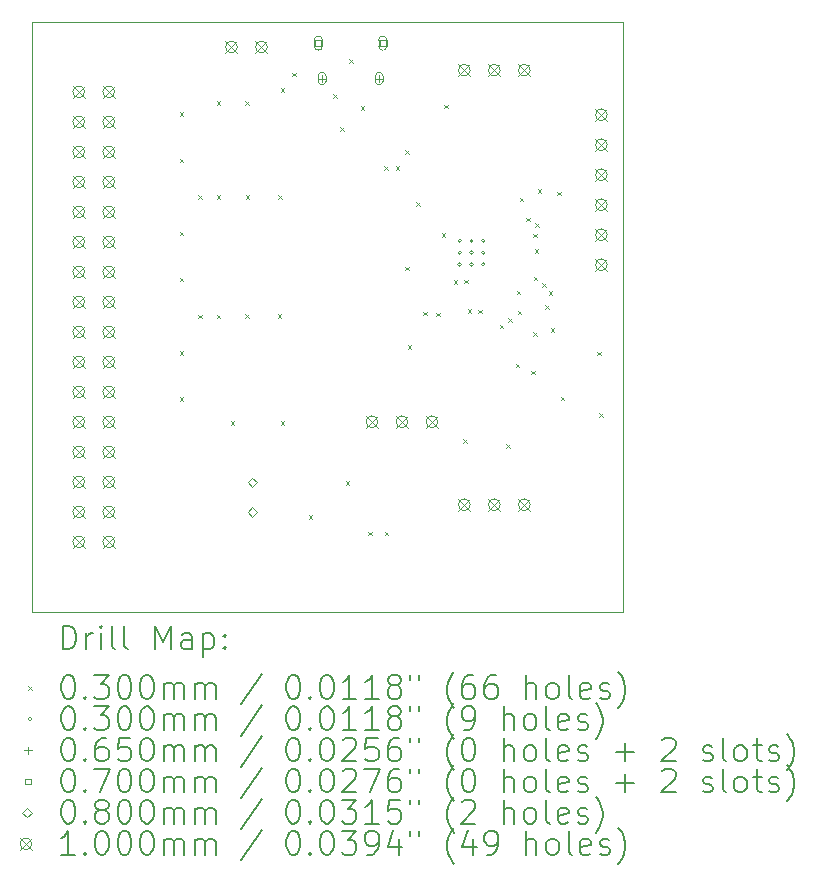
<source format=gbr>
%TF.GenerationSoftware,KiCad,Pcbnew,8.0.8*%
%TF.CreationDate,2025-02-21T19:24:58+11:00*%
%TF.ProjectId,RP2350LevelShifter,52503233-3530-44c6-9576-656c53686966,rev?*%
%TF.SameCoordinates,Original*%
%TF.FileFunction,Drillmap*%
%TF.FilePolarity,Positive*%
%FSLAX45Y45*%
G04 Gerber Fmt 4.5, Leading zero omitted, Abs format (unit mm)*
G04 Created by KiCad (PCBNEW 8.0.8) date 2025-02-21 19:24:58*
%MOMM*%
%LPD*%
G01*
G04 APERTURE LIST*
%ADD10C,0.050000*%
%ADD11C,0.200000*%
%ADD12C,0.100000*%
G04 APERTURE END LIST*
D10*
X11200000Y-13550000D02*
X16200000Y-13550000D01*
X11200000Y-8550000D02*
X16200000Y-8550000D01*
X11200000Y-8550000D02*
X11200000Y-13550000D01*
X16200000Y-13550000D02*
X16200000Y-8550000D01*
D11*
D12*
X12450000Y-9317500D02*
X12480000Y-9347500D01*
X12480000Y-9317500D02*
X12450000Y-9347500D01*
X12450000Y-9710000D02*
X12480000Y-9740000D01*
X12480000Y-9710000D02*
X12450000Y-9740000D01*
X12450000Y-10330000D02*
X12480000Y-10360000D01*
X12480000Y-10330000D02*
X12450000Y-10360000D01*
X12450000Y-10720000D02*
X12480000Y-10750000D01*
X12480000Y-10720000D02*
X12450000Y-10750000D01*
X12450000Y-11340000D02*
X12480000Y-11370000D01*
X12480000Y-11340000D02*
X12450000Y-11370000D01*
X12450000Y-11730000D02*
X12480000Y-11760000D01*
X12480000Y-11730000D02*
X12450000Y-11760000D01*
X12606260Y-11031460D02*
X12636260Y-11061460D01*
X12636260Y-11031460D02*
X12606260Y-11061460D01*
X12608800Y-10018000D02*
X12638800Y-10048000D01*
X12638800Y-10018000D02*
X12608800Y-10048000D01*
X12763740Y-9222980D02*
X12793740Y-9252980D01*
X12793740Y-9222980D02*
X12763740Y-9252980D01*
X12763740Y-10020540D02*
X12793740Y-10050540D01*
X12793740Y-10020540D02*
X12763740Y-10050540D01*
X12763740Y-11031460D02*
X12793740Y-11061460D01*
X12793740Y-11031460D02*
X12763740Y-11061460D01*
X12880000Y-11935000D02*
X12910000Y-11965000D01*
X12910000Y-11935000D02*
X12880000Y-11965000D01*
X13005040Y-9222980D02*
X13035040Y-9252980D01*
X13035040Y-9222980D02*
X13005040Y-9252980D01*
X13005040Y-11028920D02*
X13035040Y-11058920D01*
X13035040Y-11028920D02*
X13005040Y-11058920D01*
X13007500Y-10020540D02*
X13037500Y-10050540D01*
X13037500Y-10020540D02*
X13007500Y-10050540D01*
X13280000Y-11030000D02*
X13310000Y-11060000D01*
X13310000Y-11030000D02*
X13280000Y-11060000D01*
X13285000Y-10020000D02*
X13315000Y-10050000D01*
X13315000Y-10020000D02*
X13285000Y-10050000D01*
X13303520Y-9115000D02*
X13333520Y-9145000D01*
X13333520Y-9115000D02*
X13303520Y-9145000D01*
X13303520Y-11935000D02*
X13333520Y-11965000D01*
X13333520Y-11935000D02*
X13303520Y-11965000D01*
X13401280Y-8984220D02*
X13431280Y-9014220D01*
X13431280Y-8984220D02*
X13401280Y-9014220D01*
X13544090Y-12729600D02*
X13574090Y-12759600D01*
X13574090Y-12729600D02*
X13544090Y-12759600D01*
X13751800Y-9167100D02*
X13781800Y-9197100D01*
X13781800Y-9167100D02*
X13751800Y-9197100D01*
X13807680Y-9446500D02*
X13837680Y-9476500D01*
X13837680Y-9446500D02*
X13807680Y-9476500D01*
X13856510Y-12440040D02*
X13886510Y-12470040D01*
X13886510Y-12440040D02*
X13856510Y-12470040D01*
X13883880Y-8867380D02*
X13913880Y-8897380D01*
X13913880Y-8867380D02*
X13883880Y-8897380D01*
X13981670Y-9267430D02*
X14011670Y-9297430D01*
X14011670Y-9267430D02*
X13981670Y-9297430D01*
X14047030Y-12869280D02*
X14077030Y-12899280D01*
X14077030Y-12869280D02*
X14047030Y-12899280D01*
X14183600Y-9772660D02*
X14213600Y-9802660D01*
X14213600Y-9772660D02*
X14183600Y-9802660D01*
X14184190Y-12869280D02*
X14214190Y-12899280D01*
X14214190Y-12869280D02*
X14184190Y-12899280D01*
X14280120Y-9772660D02*
X14310120Y-9802660D01*
X14310120Y-9772660D02*
X14280120Y-9802660D01*
X14359776Y-10626542D02*
X14389776Y-10656542D01*
X14389776Y-10626542D02*
X14359776Y-10656542D01*
X14361400Y-9638040D02*
X14391400Y-9668040D01*
X14391400Y-9638040D02*
X14361400Y-9668040D01*
X14380000Y-11290000D02*
X14410000Y-11320000D01*
X14410000Y-11290000D02*
X14380000Y-11320000D01*
X14450300Y-10077460D02*
X14480300Y-10107460D01*
X14480300Y-10077460D02*
X14450300Y-10107460D01*
X14511875Y-11005000D02*
X14541875Y-11035000D01*
X14541875Y-11005000D02*
X14511875Y-11035000D01*
X14623799Y-11013750D02*
X14653799Y-11043750D01*
X14653799Y-11013750D02*
X14623799Y-11043750D01*
X14670000Y-10340000D02*
X14700000Y-10370000D01*
X14700000Y-10340000D02*
X14670000Y-10370000D01*
X14691600Y-9254600D02*
X14721600Y-9284600D01*
X14721600Y-9254600D02*
X14691600Y-9284600D01*
X14770450Y-10738464D02*
X14800450Y-10768464D01*
X14800450Y-10738464D02*
X14770450Y-10768464D01*
X14849080Y-12085560D02*
X14879080Y-12115560D01*
X14879080Y-12085560D02*
X14849080Y-12115560D01*
X14860382Y-10734985D02*
X14890382Y-10764985D01*
X14890382Y-10734985D02*
X14860382Y-10764985D01*
X14887907Y-10986467D02*
X14917907Y-11016467D01*
X14917907Y-10986467D02*
X14887907Y-11016467D01*
X14977955Y-10988344D02*
X15007955Y-11018344D01*
X15007955Y-10988344D02*
X14977955Y-11018344D01*
X15160889Y-11115000D02*
X15190889Y-11145000D01*
X15190889Y-11115000D02*
X15160889Y-11145000D01*
X15214840Y-12126200D02*
X15244840Y-12156200D01*
X15244840Y-12126200D02*
X15214840Y-12156200D01*
X15231761Y-11059486D02*
X15261761Y-11089486D01*
X15261761Y-11059486D02*
X15231761Y-11089486D01*
X15295000Y-11445000D02*
X15325000Y-11475000D01*
X15325000Y-11445000D02*
X15295000Y-11475000D01*
X15302500Y-10828750D02*
X15332500Y-10858750D01*
X15332500Y-10828750D02*
X15302500Y-10858750D01*
X15310000Y-10997500D02*
X15340000Y-11027500D01*
X15340000Y-10997500D02*
X15310000Y-11027500D01*
X15328620Y-10040841D02*
X15358620Y-10070841D01*
X15358620Y-10040841D02*
X15328620Y-10070841D01*
X15382852Y-10209505D02*
X15412852Y-10239505D01*
X15412852Y-10209505D02*
X15382852Y-10239505D01*
X15428200Y-11506440D02*
X15458200Y-11536440D01*
X15458200Y-11506440D02*
X15428200Y-11536440D01*
X15440900Y-11181320D02*
X15470900Y-11211320D01*
X15470900Y-11181320D02*
X15440900Y-11211320D01*
X15443041Y-10348070D02*
X15473041Y-10378070D01*
X15473041Y-10348070D02*
X15443041Y-10378070D01*
X15448857Y-10708733D02*
X15478857Y-10738733D01*
X15478857Y-10708733D02*
X15448857Y-10738733D01*
X15453733Y-10478070D02*
X15483733Y-10508070D01*
X15483733Y-10478070D02*
X15453733Y-10508070D01*
X15457827Y-10259292D02*
X15487827Y-10289292D01*
X15487827Y-10259292D02*
X15457827Y-10289292D01*
X15481540Y-9969740D02*
X15511540Y-9999740D01*
X15511540Y-9969740D02*
X15481540Y-9999740D01*
X15520459Y-10763260D02*
X15550459Y-10793260D01*
X15550459Y-10763260D02*
X15520459Y-10793260D01*
X15545040Y-10950180D02*
X15575040Y-10980180D01*
X15575040Y-10950180D02*
X15545040Y-10980180D01*
X15574980Y-10834866D02*
X15604980Y-10864866D01*
X15604980Y-10834866D02*
X15574980Y-10864866D01*
X15590760Y-11145760D02*
X15620760Y-11175760D01*
X15620760Y-11145760D02*
X15590760Y-11175760D01*
X15644100Y-9990060D02*
X15674100Y-10020060D01*
X15674100Y-9990060D02*
X15644100Y-10020060D01*
X15677120Y-11724880D02*
X15707120Y-11754880D01*
X15707120Y-11724880D02*
X15677120Y-11754880D01*
X15984460Y-11343880D02*
X16014460Y-11373880D01*
X16014460Y-11343880D02*
X15984460Y-11373880D01*
X15999700Y-11867120D02*
X16029700Y-11897120D01*
X16029700Y-11867120D02*
X15999700Y-11897120D01*
X14835000Y-10406250D02*
G75*
G02*
X14805000Y-10406250I-15000J0D01*
G01*
X14805000Y-10406250D02*
G75*
G02*
X14835000Y-10406250I15000J0D01*
G01*
X14835000Y-10506250D02*
G75*
G02*
X14805000Y-10506250I-15000J0D01*
G01*
X14805000Y-10506250D02*
G75*
G02*
X14835000Y-10506250I15000J0D01*
G01*
X14835000Y-10606250D02*
G75*
G02*
X14805000Y-10606250I-15000J0D01*
G01*
X14805000Y-10606250D02*
G75*
G02*
X14835000Y-10606250I15000J0D01*
G01*
X14935000Y-10406250D02*
G75*
G02*
X14905000Y-10406250I-15000J0D01*
G01*
X14905000Y-10406250D02*
G75*
G02*
X14935000Y-10406250I15000J0D01*
G01*
X14935000Y-10506250D02*
G75*
G02*
X14905000Y-10506250I-15000J0D01*
G01*
X14905000Y-10506250D02*
G75*
G02*
X14935000Y-10506250I15000J0D01*
G01*
X14935000Y-10606250D02*
G75*
G02*
X14905000Y-10606250I-15000J0D01*
G01*
X14905000Y-10606250D02*
G75*
G02*
X14935000Y-10606250I15000J0D01*
G01*
X15035000Y-10406250D02*
G75*
G02*
X15005000Y-10406250I-15000J0D01*
G01*
X15005000Y-10406250D02*
G75*
G02*
X15035000Y-10406250I15000J0D01*
G01*
X15035000Y-10506250D02*
G75*
G02*
X15005000Y-10506250I-15000J0D01*
G01*
X15005000Y-10506250D02*
G75*
G02*
X15035000Y-10506250I15000J0D01*
G01*
X15035000Y-10606250D02*
G75*
G02*
X15005000Y-10606250I-15000J0D01*
G01*
X15005000Y-10606250D02*
G75*
G02*
X15035000Y-10606250I15000J0D01*
G01*
X13654300Y-9000280D02*
X13654300Y-9065280D01*
X13621800Y-9032780D02*
X13686800Y-9032780D01*
X13621800Y-9012780D02*
X13621800Y-9052780D01*
X13686800Y-9052780D02*
G75*
G02*
X13621800Y-9052780I-32500J0D01*
G01*
X13686800Y-9052780D02*
X13686800Y-9012780D01*
X13686800Y-9012780D02*
G75*
G03*
X13621800Y-9012780I-32500J0D01*
G01*
X14138300Y-9000280D02*
X14138300Y-9065280D01*
X14105800Y-9032780D02*
X14170800Y-9032780D01*
X14105800Y-9012780D02*
X14105800Y-9052780D01*
X14170800Y-9052780D02*
G75*
G02*
X14105800Y-9052780I-32500J0D01*
G01*
X14170800Y-9052780D02*
X14170800Y-9012780D01*
X14170800Y-9012780D02*
G75*
G03*
X14105800Y-9012780I-32500J0D01*
G01*
X13648049Y-8757529D02*
X13648049Y-8708031D01*
X13598551Y-8708031D01*
X13598551Y-8757529D01*
X13648049Y-8757529D01*
X13588300Y-8707780D02*
X13588300Y-8757780D01*
X13658300Y-8757780D02*
G75*
G02*
X13588300Y-8757780I-35000J0D01*
G01*
X13658300Y-8757780D02*
X13658300Y-8707780D01*
X13658300Y-8707780D02*
G75*
G03*
X13588300Y-8707780I-35000J0D01*
G01*
X14194049Y-8757529D02*
X14194049Y-8708031D01*
X14144551Y-8708031D01*
X14144551Y-8757529D01*
X14194049Y-8757529D01*
X14134300Y-8707780D02*
X14134300Y-8757780D01*
X14204300Y-8757780D02*
G75*
G02*
X14134300Y-8757780I-35000J0D01*
G01*
X14204300Y-8757780D02*
X14204300Y-8707780D01*
X14204300Y-8707780D02*
G75*
G03*
X14134300Y-8707780I-35000J0D01*
G01*
X13064170Y-12491000D02*
X13104170Y-12451000D01*
X13064170Y-12411000D01*
X13024170Y-12451000D01*
X13064170Y-12491000D01*
X13064170Y-12741000D02*
X13104170Y-12701000D01*
X13064170Y-12661000D01*
X13024170Y-12701000D01*
X13064170Y-12741000D01*
X11545000Y-9095000D02*
X11645000Y-9195000D01*
X11645000Y-9095000D02*
X11545000Y-9195000D01*
X11645000Y-9145000D02*
G75*
G02*
X11545000Y-9145000I-50000J0D01*
G01*
X11545000Y-9145000D02*
G75*
G02*
X11645000Y-9145000I50000J0D01*
G01*
X11545000Y-9349000D02*
X11645000Y-9449000D01*
X11645000Y-9349000D02*
X11545000Y-9449000D01*
X11645000Y-9399000D02*
G75*
G02*
X11545000Y-9399000I-50000J0D01*
G01*
X11545000Y-9399000D02*
G75*
G02*
X11645000Y-9399000I50000J0D01*
G01*
X11545000Y-9603000D02*
X11645000Y-9703000D01*
X11645000Y-9603000D02*
X11545000Y-9703000D01*
X11645000Y-9653000D02*
G75*
G02*
X11545000Y-9653000I-50000J0D01*
G01*
X11545000Y-9653000D02*
G75*
G02*
X11645000Y-9653000I50000J0D01*
G01*
X11545000Y-9857000D02*
X11645000Y-9957000D01*
X11645000Y-9857000D02*
X11545000Y-9957000D01*
X11645000Y-9907000D02*
G75*
G02*
X11545000Y-9907000I-50000J0D01*
G01*
X11545000Y-9907000D02*
G75*
G02*
X11645000Y-9907000I50000J0D01*
G01*
X11545000Y-10111000D02*
X11645000Y-10211000D01*
X11645000Y-10111000D02*
X11545000Y-10211000D01*
X11645000Y-10161000D02*
G75*
G02*
X11545000Y-10161000I-50000J0D01*
G01*
X11545000Y-10161000D02*
G75*
G02*
X11645000Y-10161000I50000J0D01*
G01*
X11545000Y-10365000D02*
X11645000Y-10465000D01*
X11645000Y-10365000D02*
X11545000Y-10465000D01*
X11645000Y-10415000D02*
G75*
G02*
X11545000Y-10415000I-50000J0D01*
G01*
X11545000Y-10415000D02*
G75*
G02*
X11645000Y-10415000I50000J0D01*
G01*
X11545000Y-10619000D02*
X11645000Y-10719000D01*
X11645000Y-10619000D02*
X11545000Y-10719000D01*
X11645000Y-10669000D02*
G75*
G02*
X11545000Y-10669000I-50000J0D01*
G01*
X11545000Y-10669000D02*
G75*
G02*
X11645000Y-10669000I50000J0D01*
G01*
X11545000Y-10873000D02*
X11645000Y-10973000D01*
X11645000Y-10873000D02*
X11545000Y-10973000D01*
X11645000Y-10923000D02*
G75*
G02*
X11545000Y-10923000I-50000J0D01*
G01*
X11545000Y-10923000D02*
G75*
G02*
X11645000Y-10923000I50000J0D01*
G01*
X11545000Y-11127000D02*
X11645000Y-11227000D01*
X11645000Y-11127000D02*
X11545000Y-11227000D01*
X11645000Y-11177000D02*
G75*
G02*
X11545000Y-11177000I-50000J0D01*
G01*
X11545000Y-11177000D02*
G75*
G02*
X11645000Y-11177000I50000J0D01*
G01*
X11545000Y-11381000D02*
X11645000Y-11481000D01*
X11645000Y-11381000D02*
X11545000Y-11481000D01*
X11645000Y-11431000D02*
G75*
G02*
X11545000Y-11431000I-50000J0D01*
G01*
X11545000Y-11431000D02*
G75*
G02*
X11645000Y-11431000I50000J0D01*
G01*
X11545000Y-11635000D02*
X11645000Y-11735000D01*
X11645000Y-11635000D02*
X11545000Y-11735000D01*
X11645000Y-11685000D02*
G75*
G02*
X11545000Y-11685000I-50000J0D01*
G01*
X11545000Y-11685000D02*
G75*
G02*
X11645000Y-11685000I50000J0D01*
G01*
X11545000Y-11889000D02*
X11645000Y-11989000D01*
X11645000Y-11889000D02*
X11545000Y-11989000D01*
X11645000Y-11939000D02*
G75*
G02*
X11545000Y-11939000I-50000J0D01*
G01*
X11545000Y-11939000D02*
G75*
G02*
X11645000Y-11939000I50000J0D01*
G01*
X11545000Y-12143000D02*
X11645000Y-12243000D01*
X11645000Y-12143000D02*
X11545000Y-12243000D01*
X11645000Y-12193000D02*
G75*
G02*
X11545000Y-12193000I-50000J0D01*
G01*
X11545000Y-12193000D02*
G75*
G02*
X11645000Y-12193000I50000J0D01*
G01*
X11545000Y-12397000D02*
X11645000Y-12497000D01*
X11645000Y-12397000D02*
X11545000Y-12497000D01*
X11645000Y-12447000D02*
G75*
G02*
X11545000Y-12447000I-50000J0D01*
G01*
X11545000Y-12447000D02*
G75*
G02*
X11645000Y-12447000I50000J0D01*
G01*
X11545000Y-12651000D02*
X11645000Y-12751000D01*
X11645000Y-12651000D02*
X11545000Y-12751000D01*
X11645000Y-12701000D02*
G75*
G02*
X11545000Y-12701000I-50000J0D01*
G01*
X11545000Y-12701000D02*
G75*
G02*
X11645000Y-12701000I50000J0D01*
G01*
X11545000Y-12905000D02*
X11645000Y-13005000D01*
X11645000Y-12905000D02*
X11545000Y-13005000D01*
X11645000Y-12955000D02*
G75*
G02*
X11545000Y-12955000I-50000J0D01*
G01*
X11545000Y-12955000D02*
G75*
G02*
X11645000Y-12955000I50000J0D01*
G01*
X11799000Y-9095000D02*
X11899000Y-9195000D01*
X11899000Y-9095000D02*
X11799000Y-9195000D01*
X11899000Y-9145000D02*
G75*
G02*
X11799000Y-9145000I-50000J0D01*
G01*
X11799000Y-9145000D02*
G75*
G02*
X11899000Y-9145000I50000J0D01*
G01*
X11799000Y-9349000D02*
X11899000Y-9449000D01*
X11899000Y-9349000D02*
X11799000Y-9449000D01*
X11899000Y-9399000D02*
G75*
G02*
X11799000Y-9399000I-50000J0D01*
G01*
X11799000Y-9399000D02*
G75*
G02*
X11899000Y-9399000I50000J0D01*
G01*
X11799000Y-9603000D02*
X11899000Y-9703000D01*
X11899000Y-9603000D02*
X11799000Y-9703000D01*
X11899000Y-9653000D02*
G75*
G02*
X11799000Y-9653000I-50000J0D01*
G01*
X11799000Y-9653000D02*
G75*
G02*
X11899000Y-9653000I50000J0D01*
G01*
X11799000Y-9857000D02*
X11899000Y-9957000D01*
X11899000Y-9857000D02*
X11799000Y-9957000D01*
X11899000Y-9907000D02*
G75*
G02*
X11799000Y-9907000I-50000J0D01*
G01*
X11799000Y-9907000D02*
G75*
G02*
X11899000Y-9907000I50000J0D01*
G01*
X11799000Y-10111000D02*
X11899000Y-10211000D01*
X11899000Y-10111000D02*
X11799000Y-10211000D01*
X11899000Y-10161000D02*
G75*
G02*
X11799000Y-10161000I-50000J0D01*
G01*
X11799000Y-10161000D02*
G75*
G02*
X11899000Y-10161000I50000J0D01*
G01*
X11799000Y-10365000D02*
X11899000Y-10465000D01*
X11899000Y-10365000D02*
X11799000Y-10465000D01*
X11899000Y-10415000D02*
G75*
G02*
X11799000Y-10415000I-50000J0D01*
G01*
X11799000Y-10415000D02*
G75*
G02*
X11899000Y-10415000I50000J0D01*
G01*
X11799000Y-10619000D02*
X11899000Y-10719000D01*
X11899000Y-10619000D02*
X11799000Y-10719000D01*
X11899000Y-10669000D02*
G75*
G02*
X11799000Y-10669000I-50000J0D01*
G01*
X11799000Y-10669000D02*
G75*
G02*
X11899000Y-10669000I50000J0D01*
G01*
X11799000Y-10873000D02*
X11899000Y-10973000D01*
X11899000Y-10873000D02*
X11799000Y-10973000D01*
X11899000Y-10923000D02*
G75*
G02*
X11799000Y-10923000I-50000J0D01*
G01*
X11799000Y-10923000D02*
G75*
G02*
X11899000Y-10923000I50000J0D01*
G01*
X11799000Y-11127000D02*
X11899000Y-11227000D01*
X11899000Y-11127000D02*
X11799000Y-11227000D01*
X11899000Y-11177000D02*
G75*
G02*
X11799000Y-11177000I-50000J0D01*
G01*
X11799000Y-11177000D02*
G75*
G02*
X11899000Y-11177000I50000J0D01*
G01*
X11799000Y-11381000D02*
X11899000Y-11481000D01*
X11899000Y-11381000D02*
X11799000Y-11481000D01*
X11899000Y-11431000D02*
G75*
G02*
X11799000Y-11431000I-50000J0D01*
G01*
X11799000Y-11431000D02*
G75*
G02*
X11899000Y-11431000I50000J0D01*
G01*
X11799000Y-11635000D02*
X11899000Y-11735000D01*
X11899000Y-11635000D02*
X11799000Y-11735000D01*
X11899000Y-11685000D02*
G75*
G02*
X11799000Y-11685000I-50000J0D01*
G01*
X11799000Y-11685000D02*
G75*
G02*
X11899000Y-11685000I50000J0D01*
G01*
X11799000Y-11889000D02*
X11899000Y-11989000D01*
X11899000Y-11889000D02*
X11799000Y-11989000D01*
X11899000Y-11939000D02*
G75*
G02*
X11799000Y-11939000I-50000J0D01*
G01*
X11799000Y-11939000D02*
G75*
G02*
X11899000Y-11939000I50000J0D01*
G01*
X11799000Y-12143000D02*
X11899000Y-12243000D01*
X11899000Y-12143000D02*
X11799000Y-12243000D01*
X11899000Y-12193000D02*
G75*
G02*
X11799000Y-12193000I-50000J0D01*
G01*
X11799000Y-12193000D02*
G75*
G02*
X11899000Y-12193000I50000J0D01*
G01*
X11799000Y-12397000D02*
X11899000Y-12497000D01*
X11899000Y-12397000D02*
X11799000Y-12497000D01*
X11899000Y-12447000D02*
G75*
G02*
X11799000Y-12447000I-50000J0D01*
G01*
X11799000Y-12447000D02*
G75*
G02*
X11899000Y-12447000I50000J0D01*
G01*
X11799000Y-12651000D02*
X11899000Y-12751000D01*
X11899000Y-12651000D02*
X11799000Y-12751000D01*
X11899000Y-12701000D02*
G75*
G02*
X11799000Y-12701000I-50000J0D01*
G01*
X11799000Y-12701000D02*
G75*
G02*
X11899000Y-12701000I50000J0D01*
G01*
X11799000Y-12905000D02*
X11899000Y-13005000D01*
X11899000Y-12905000D02*
X11799000Y-13005000D01*
X11899000Y-12955000D02*
G75*
G02*
X11799000Y-12955000I-50000J0D01*
G01*
X11799000Y-12955000D02*
G75*
G02*
X11899000Y-12955000I50000J0D01*
G01*
X12837460Y-8715540D02*
X12937460Y-8815540D01*
X12937460Y-8715540D02*
X12837460Y-8815540D01*
X12937460Y-8765540D02*
G75*
G02*
X12837460Y-8765540I-50000J0D01*
G01*
X12837460Y-8765540D02*
G75*
G02*
X12937460Y-8765540I50000J0D01*
G01*
X13091460Y-8715540D02*
X13191460Y-8815540D01*
X13191460Y-8715540D02*
X13091460Y-8815540D01*
X13191460Y-8765540D02*
G75*
G02*
X13091460Y-8765540I-50000J0D01*
G01*
X13091460Y-8765540D02*
G75*
G02*
X13191460Y-8765540I50000J0D01*
G01*
X14027000Y-11888000D02*
X14127000Y-11988000D01*
X14127000Y-11888000D02*
X14027000Y-11988000D01*
X14127000Y-11938000D02*
G75*
G02*
X14027000Y-11938000I-50000J0D01*
G01*
X14027000Y-11938000D02*
G75*
G02*
X14127000Y-11938000I50000J0D01*
G01*
X14281000Y-11888000D02*
X14381000Y-11988000D01*
X14381000Y-11888000D02*
X14281000Y-11988000D01*
X14381000Y-11938000D02*
G75*
G02*
X14281000Y-11938000I-50000J0D01*
G01*
X14281000Y-11938000D02*
G75*
G02*
X14381000Y-11938000I50000J0D01*
G01*
X14535000Y-11888000D02*
X14635000Y-11988000D01*
X14635000Y-11888000D02*
X14535000Y-11988000D01*
X14635000Y-11938000D02*
G75*
G02*
X14535000Y-11938000I-50000J0D01*
G01*
X14535000Y-11938000D02*
G75*
G02*
X14635000Y-11938000I50000J0D01*
G01*
X14809000Y-8911120D02*
X14909000Y-9011120D01*
X14909000Y-8911120D02*
X14809000Y-9011120D01*
X14909000Y-8961120D02*
G75*
G02*
X14809000Y-8961120I-50000J0D01*
G01*
X14809000Y-8961120D02*
G75*
G02*
X14909000Y-8961120I50000J0D01*
G01*
X14809000Y-12591000D02*
X14909000Y-12691000D01*
X14909000Y-12591000D02*
X14809000Y-12691000D01*
X14909000Y-12641000D02*
G75*
G02*
X14809000Y-12641000I-50000J0D01*
G01*
X14809000Y-12641000D02*
G75*
G02*
X14909000Y-12641000I50000J0D01*
G01*
X15063000Y-8911120D02*
X15163000Y-9011120D01*
X15163000Y-8911120D02*
X15063000Y-9011120D01*
X15163000Y-8961120D02*
G75*
G02*
X15063000Y-8961120I-50000J0D01*
G01*
X15063000Y-8961120D02*
G75*
G02*
X15163000Y-8961120I50000J0D01*
G01*
X15063000Y-12591000D02*
X15163000Y-12691000D01*
X15163000Y-12591000D02*
X15063000Y-12691000D01*
X15163000Y-12641000D02*
G75*
G02*
X15063000Y-12641000I-50000J0D01*
G01*
X15063000Y-12641000D02*
G75*
G02*
X15163000Y-12641000I50000J0D01*
G01*
X15317000Y-8911120D02*
X15417000Y-9011120D01*
X15417000Y-8911120D02*
X15317000Y-9011120D01*
X15417000Y-8961120D02*
G75*
G02*
X15317000Y-8961120I-50000J0D01*
G01*
X15317000Y-8961120D02*
G75*
G02*
X15417000Y-8961120I50000J0D01*
G01*
X15317000Y-12591000D02*
X15417000Y-12691000D01*
X15417000Y-12591000D02*
X15317000Y-12691000D01*
X15417000Y-12641000D02*
G75*
G02*
X15317000Y-12641000I-50000J0D01*
G01*
X15317000Y-12641000D02*
G75*
G02*
X15417000Y-12641000I50000J0D01*
G01*
X15969780Y-9289580D02*
X16069780Y-9389580D01*
X16069780Y-9289580D02*
X15969780Y-9389580D01*
X16069780Y-9339580D02*
G75*
G02*
X15969780Y-9339580I-50000J0D01*
G01*
X15969780Y-9339580D02*
G75*
G02*
X16069780Y-9339580I50000J0D01*
G01*
X15969780Y-9543580D02*
X16069780Y-9643580D01*
X16069780Y-9543580D02*
X15969780Y-9643580D01*
X16069780Y-9593580D02*
G75*
G02*
X15969780Y-9593580I-50000J0D01*
G01*
X15969780Y-9593580D02*
G75*
G02*
X16069780Y-9593580I50000J0D01*
G01*
X15969780Y-9797580D02*
X16069780Y-9897580D01*
X16069780Y-9797580D02*
X15969780Y-9897580D01*
X16069780Y-9847580D02*
G75*
G02*
X15969780Y-9847580I-50000J0D01*
G01*
X15969780Y-9847580D02*
G75*
G02*
X16069780Y-9847580I50000J0D01*
G01*
X15969780Y-10051580D02*
X16069780Y-10151580D01*
X16069780Y-10051580D02*
X15969780Y-10151580D01*
X16069780Y-10101580D02*
G75*
G02*
X15969780Y-10101580I-50000J0D01*
G01*
X15969780Y-10101580D02*
G75*
G02*
X16069780Y-10101580I50000J0D01*
G01*
X15969780Y-10305580D02*
X16069780Y-10405580D01*
X16069780Y-10305580D02*
X15969780Y-10405580D01*
X16069780Y-10355580D02*
G75*
G02*
X15969780Y-10355580I-50000J0D01*
G01*
X15969780Y-10355580D02*
G75*
G02*
X16069780Y-10355580I50000J0D01*
G01*
X15969780Y-10559580D02*
X16069780Y-10659580D01*
X16069780Y-10559580D02*
X15969780Y-10659580D01*
X16069780Y-10609580D02*
G75*
G02*
X15969780Y-10609580I-50000J0D01*
G01*
X15969780Y-10609580D02*
G75*
G02*
X16069780Y-10609580I50000J0D01*
G01*
D11*
X11458277Y-13863984D02*
X11458277Y-13663984D01*
X11458277Y-13663984D02*
X11505896Y-13663984D01*
X11505896Y-13663984D02*
X11534467Y-13673508D01*
X11534467Y-13673508D02*
X11553515Y-13692555D01*
X11553515Y-13692555D02*
X11563039Y-13711603D01*
X11563039Y-13711603D02*
X11572562Y-13749698D01*
X11572562Y-13749698D02*
X11572562Y-13778269D01*
X11572562Y-13778269D02*
X11563039Y-13816365D01*
X11563039Y-13816365D02*
X11553515Y-13835412D01*
X11553515Y-13835412D02*
X11534467Y-13854460D01*
X11534467Y-13854460D02*
X11505896Y-13863984D01*
X11505896Y-13863984D02*
X11458277Y-13863984D01*
X11658277Y-13863984D02*
X11658277Y-13730650D01*
X11658277Y-13768746D02*
X11667801Y-13749698D01*
X11667801Y-13749698D02*
X11677324Y-13740174D01*
X11677324Y-13740174D02*
X11696372Y-13730650D01*
X11696372Y-13730650D02*
X11715420Y-13730650D01*
X11782086Y-13863984D02*
X11782086Y-13730650D01*
X11782086Y-13663984D02*
X11772562Y-13673508D01*
X11772562Y-13673508D02*
X11782086Y-13683031D01*
X11782086Y-13683031D02*
X11791610Y-13673508D01*
X11791610Y-13673508D02*
X11782086Y-13663984D01*
X11782086Y-13663984D02*
X11782086Y-13683031D01*
X11905896Y-13863984D02*
X11886848Y-13854460D01*
X11886848Y-13854460D02*
X11877324Y-13835412D01*
X11877324Y-13835412D02*
X11877324Y-13663984D01*
X12010658Y-13863984D02*
X11991610Y-13854460D01*
X11991610Y-13854460D02*
X11982086Y-13835412D01*
X11982086Y-13835412D02*
X11982086Y-13663984D01*
X12239229Y-13863984D02*
X12239229Y-13663984D01*
X12239229Y-13663984D02*
X12305896Y-13806841D01*
X12305896Y-13806841D02*
X12372562Y-13663984D01*
X12372562Y-13663984D02*
X12372562Y-13863984D01*
X12553515Y-13863984D02*
X12553515Y-13759222D01*
X12553515Y-13759222D02*
X12543991Y-13740174D01*
X12543991Y-13740174D02*
X12524943Y-13730650D01*
X12524943Y-13730650D02*
X12486848Y-13730650D01*
X12486848Y-13730650D02*
X12467801Y-13740174D01*
X12553515Y-13854460D02*
X12534467Y-13863984D01*
X12534467Y-13863984D02*
X12486848Y-13863984D01*
X12486848Y-13863984D02*
X12467801Y-13854460D01*
X12467801Y-13854460D02*
X12458277Y-13835412D01*
X12458277Y-13835412D02*
X12458277Y-13816365D01*
X12458277Y-13816365D02*
X12467801Y-13797317D01*
X12467801Y-13797317D02*
X12486848Y-13787793D01*
X12486848Y-13787793D02*
X12534467Y-13787793D01*
X12534467Y-13787793D02*
X12553515Y-13778269D01*
X12648753Y-13730650D02*
X12648753Y-13930650D01*
X12648753Y-13740174D02*
X12667801Y-13730650D01*
X12667801Y-13730650D02*
X12705896Y-13730650D01*
X12705896Y-13730650D02*
X12724943Y-13740174D01*
X12724943Y-13740174D02*
X12734467Y-13749698D01*
X12734467Y-13749698D02*
X12743991Y-13768746D01*
X12743991Y-13768746D02*
X12743991Y-13825888D01*
X12743991Y-13825888D02*
X12734467Y-13844936D01*
X12734467Y-13844936D02*
X12724943Y-13854460D01*
X12724943Y-13854460D02*
X12705896Y-13863984D01*
X12705896Y-13863984D02*
X12667801Y-13863984D01*
X12667801Y-13863984D02*
X12648753Y-13854460D01*
X12829705Y-13844936D02*
X12839229Y-13854460D01*
X12839229Y-13854460D02*
X12829705Y-13863984D01*
X12829705Y-13863984D02*
X12820182Y-13854460D01*
X12820182Y-13854460D02*
X12829705Y-13844936D01*
X12829705Y-13844936D02*
X12829705Y-13863984D01*
X12829705Y-13740174D02*
X12839229Y-13749698D01*
X12839229Y-13749698D02*
X12829705Y-13759222D01*
X12829705Y-13759222D02*
X12820182Y-13749698D01*
X12820182Y-13749698D02*
X12829705Y-13740174D01*
X12829705Y-13740174D02*
X12829705Y-13759222D01*
D12*
X11167500Y-14177500D02*
X11197500Y-14207500D01*
X11197500Y-14177500D02*
X11167500Y-14207500D01*
D11*
X11496372Y-14083984D02*
X11515420Y-14083984D01*
X11515420Y-14083984D02*
X11534467Y-14093508D01*
X11534467Y-14093508D02*
X11543991Y-14103031D01*
X11543991Y-14103031D02*
X11553515Y-14122079D01*
X11553515Y-14122079D02*
X11563039Y-14160174D01*
X11563039Y-14160174D02*
X11563039Y-14207793D01*
X11563039Y-14207793D02*
X11553515Y-14245888D01*
X11553515Y-14245888D02*
X11543991Y-14264936D01*
X11543991Y-14264936D02*
X11534467Y-14274460D01*
X11534467Y-14274460D02*
X11515420Y-14283984D01*
X11515420Y-14283984D02*
X11496372Y-14283984D01*
X11496372Y-14283984D02*
X11477324Y-14274460D01*
X11477324Y-14274460D02*
X11467801Y-14264936D01*
X11467801Y-14264936D02*
X11458277Y-14245888D01*
X11458277Y-14245888D02*
X11448753Y-14207793D01*
X11448753Y-14207793D02*
X11448753Y-14160174D01*
X11448753Y-14160174D02*
X11458277Y-14122079D01*
X11458277Y-14122079D02*
X11467801Y-14103031D01*
X11467801Y-14103031D02*
X11477324Y-14093508D01*
X11477324Y-14093508D02*
X11496372Y-14083984D01*
X11648753Y-14264936D02*
X11658277Y-14274460D01*
X11658277Y-14274460D02*
X11648753Y-14283984D01*
X11648753Y-14283984D02*
X11639229Y-14274460D01*
X11639229Y-14274460D02*
X11648753Y-14264936D01*
X11648753Y-14264936D02*
X11648753Y-14283984D01*
X11724943Y-14083984D02*
X11848753Y-14083984D01*
X11848753Y-14083984D02*
X11782086Y-14160174D01*
X11782086Y-14160174D02*
X11810658Y-14160174D01*
X11810658Y-14160174D02*
X11829705Y-14169698D01*
X11829705Y-14169698D02*
X11839229Y-14179222D01*
X11839229Y-14179222D02*
X11848753Y-14198269D01*
X11848753Y-14198269D02*
X11848753Y-14245888D01*
X11848753Y-14245888D02*
X11839229Y-14264936D01*
X11839229Y-14264936D02*
X11829705Y-14274460D01*
X11829705Y-14274460D02*
X11810658Y-14283984D01*
X11810658Y-14283984D02*
X11753515Y-14283984D01*
X11753515Y-14283984D02*
X11734467Y-14274460D01*
X11734467Y-14274460D02*
X11724943Y-14264936D01*
X11972562Y-14083984D02*
X11991610Y-14083984D01*
X11991610Y-14083984D02*
X12010658Y-14093508D01*
X12010658Y-14093508D02*
X12020182Y-14103031D01*
X12020182Y-14103031D02*
X12029705Y-14122079D01*
X12029705Y-14122079D02*
X12039229Y-14160174D01*
X12039229Y-14160174D02*
X12039229Y-14207793D01*
X12039229Y-14207793D02*
X12029705Y-14245888D01*
X12029705Y-14245888D02*
X12020182Y-14264936D01*
X12020182Y-14264936D02*
X12010658Y-14274460D01*
X12010658Y-14274460D02*
X11991610Y-14283984D01*
X11991610Y-14283984D02*
X11972562Y-14283984D01*
X11972562Y-14283984D02*
X11953515Y-14274460D01*
X11953515Y-14274460D02*
X11943991Y-14264936D01*
X11943991Y-14264936D02*
X11934467Y-14245888D01*
X11934467Y-14245888D02*
X11924943Y-14207793D01*
X11924943Y-14207793D02*
X11924943Y-14160174D01*
X11924943Y-14160174D02*
X11934467Y-14122079D01*
X11934467Y-14122079D02*
X11943991Y-14103031D01*
X11943991Y-14103031D02*
X11953515Y-14093508D01*
X11953515Y-14093508D02*
X11972562Y-14083984D01*
X12163039Y-14083984D02*
X12182086Y-14083984D01*
X12182086Y-14083984D02*
X12201134Y-14093508D01*
X12201134Y-14093508D02*
X12210658Y-14103031D01*
X12210658Y-14103031D02*
X12220182Y-14122079D01*
X12220182Y-14122079D02*
X12229705Y-14160174D01*
X12229705Y-14160174D02*
X12229705Y-14207793D01*
X12229705Y-14207793D02*
X12220182Y-14245888D01*
X12220182Y-14245888D02*
X12210658Y-14264936D01*
X12210658Y-14264936D02*
X12201134Y-14274460D01*
X12201134Y-14274460D02*
X12182086Y-14283984D01*
X12182086Y-14283984D02*
X12163039Y-14283984D01*
X12163039Y-14283984D02*
X12143991Y-14274460D01*
X12143991Y-14274460D02*
X12134467Y-14264936D01*
X12134467Y-14264936D02*
X12124943Y-14245888D01*
X12124943Y-14245888D02*
X12115420Y-14207793D01*
X12115420Y-14207793D02*
X12115420Y-14160174D01*
X12115420Y-14160174D02*
X12124943Y-14122079D01*
X12124943Y-14122079D02*
X12134467Y-14103031D01*
X12134467Y-14103031D02*
X12143991Y-14093508D01*
X12143991Y-14093508D02*
X12163039Y-14083984D01*
X12315420Y-14283984D02*
X12315420Y-14150650D01*
X12315420Y-14169698D02*
X12324943Y-14160174D01*
X12324943Y-14160174D02*
X12343991Y-14150650D01*
X12343991Y-14150650D02*
X12372563Y-14150650D01*
X12372563Y-14150650D02*
X12391610Y-14160174D01*
X12391610Y-14160174D02*
X12401134Y-14179222D01*
X12401134Y-14179222D02*
X12401134Y-14283984D01*
X12401134Y-14179222D02*
X12410658Y-14160174D01*
X12410658Y-14160174D02*
X12429705Y-14150650D01*
X12429705Y-14150650D02*
X12458277Y-14150650D01*
X12458277Y-14150650D02*
X12477324Y-14160174D01*
X12477324Y-14160174D02*
X12486848Y-14179222D01*
X12486848Y-14179222D02*
X12486848Y-14283984D01*
X12582086Y-14283984D02*
X12582086Y-14150650D01*
X12582086Y-14169698D02*
X12591610Y-14160174D01*
X12591610Y-14160174D02*
X12610658Y-14150650D01*
X12610658Y-14150650D02*
X12639229Y-14150650D01*
X12639229Y-14150650D02*
X12658277Y-14160174D01*
X12658277Y-14160174D02*
X12667801Y-14179222D01*
X12667801Y-14179222D02*
X12667801Y-14283984D01*
X12667801Y-14179222D02*
X12677324Y-14160174D01*
X12677324Y-14160174D02*
X12696372Y-14150650D01*
X12696372Y-14150650D02*
X12724943Y-14150650D01*
X12724943Y-14150650D02*
X12743991Y-14160174D01*
X12743991Y-14160174D02*
X12753515Y-14179222D01*
X12753515Y-14179222D02*
X12753515Y-14283984D01*
X13143991Y-14074460D02*
X12972563Y-14331603D01*
X13401134Y-14083984D02*
X13420182Y-14083984D01*
X13420182Y-14083984D02*
X13439229Y-14093508D01*
X13439229Y-14093508D02*
X13448753Y-14103031D01*
X13448753Y-14103031D02*
X13458277Y-14122079D01*
X13458277Y-14122079D02*
X13467801Y-14160174D01*
X13467801Y-14160174D02*
X13467801Y-14207793D01*
X13467801Y-14207793D02*
X13458277Y-14245888D01*
X13458277Y-14245888D02*
X13448753Y-14264936D01*
X13448753Y-14264936D02*
X13439229Y-14274460D01*
X13439229Y-14274460D02*
X13420182Y-14283984D01*
X13420182Y-14283984D02*
X13401134Y-14283984D01*
X13401134Y-14283984D02*
X13382086Y-14274460D01*
X13382086Y-14274460D02*
X13372563Y-14264936D01*
X13372563Y-14264936D02*
X13363039Y-14245888D01*
X13363039Y-14245888D02*
X13353515Y-14207793D01*
X13353515Y-14207793D02*
X13353515Y-14160174D01*
X13353515Y-14160174D02*
X13363039Y-14122079D01*
X13363039Y-14122079D02*
X13372563Y-14103031D01*
X13372563Y-14103031D02*
X13382086Y-14093508D01*
X13382086Y-14093508D02*
X13401134Y-14083984D01*
X13553515Y-14264936D02*
X13563039Y-14274460D01*
X13563039Y-14274460D02*
X13553515Y-14283984D01*
X13553515Y-14283984D02*
X13543991Y-14274460D01*
X13543991Y-14274460D02*
X13553515Y-14264936D01*
X13553515Y-14264936D02*
X13553515Y-14283984D01*
X13686848Y-14083984D02*
X13705896Y-14083984D01*
X13705896Y-14083984D02*
X13724944Y-14093508D01*
X13724944Y-14093508D02*
X13734467Y-14103031D01*
X13734467Y-14103031D02*
X13743991Y-14122079D01*
X13743991Y-14122079D02*
X13753515Y-14160174D01*
X13753515Y-14160174D02*
X13753515Y-14207793D01*
X13753515Y-14207793D02*
X13743991Y-14245888D01*
X13743991Y-14245888D02*
X13734467Y-14264936D01*
X13734467Y-14264936D02*
X13724944Y-14274460D01*
X13724944Y-14274460D02*
X13705896Y-14283984D01*
X13705896Y-14283984D02*
X13686848Y-14283984D01*
X13686848Y-14283984D02*
X13667801Y-14274460D01*
X13667801Y-14274460D02*
X13658277Y-14264936D01*
X13658277Y-14264936D02*
X13648753Y-14245888D01*
X13648753Y-14245888D02*
X13639229Y-14207793D01*
X13639229Y-14207793D02*
X13639229Y-14160174D01*
X13639229Y-14160174D02*
X13648753Y-14122079D01*
X13648753Y-14122079D02*
X13658277Y-14103031D01*
X13658277Y-14103031D02*
X13667801Y-14093508D01*
X13667801Y-14093508D02*
X13686848Y-14083984D01*
X13943991Y-14283984D02*
X13829706Y-14283984D01*
X13886848Y-14283984D02*
X13886848Y-14083984D01*
X13886848Y-14083984D02*
X13867801Y-14112555D01*
X13867801Y-14112555D02*
X13848753Y-14131603D01*
X13848753Y-14131603D02*
X13829706Y-14141127D01*
X14134467Y-14283984D02*
X14020182Y-14283984D01*
X14077325Y-14283984D02*
X14077325Y-14083984D01*
X14077325Y-14083984D02*
X14058277Y-14112555D01*
X14058277Y-14112555D02*
X14039229Y-14131603D01*
X14039229Y-14131603D02*
X14020182Y-14141127D01*
X14248753Y-14169698D02*
X14229706Y-14160174D01*
X14229706Y-14160174D02*
X14220182Y-14150650D01*
X14220182Y-14150650D02*
X14210658Y-14131603D01*
X14210658Y-14131603D02*
X14210658Y-14122079D01*
X14210658Y-14122079D02*
X14220182Y-14103031D01*
X14220182Y-14103031D02*
X14229706Y-14093508D01*
X14229706Y-14093508D02*
X14248753Y-14083984D01*
X14248753Y-14083984D02*
X14286848Y-14083984D01*
X14286848Y-14083984D02*
X14305896Y-14093508D01*
X14305896Y-14093508D02*
X14315420Y-14103031D01*
X14315420Y-14103031D02*
X14324944Y-14122079D01*
X14324944Y-14122079D02*
X14324944Y-14131603D01*
X14324944Y-14131603D02*
X14315420Y-14150650D01*
X14315420Y-14150650D02*
X14305896Y-14160174D01*
X14305896Y-14160174D02*
X14286848Y-14169698D01*
X14286848Y-14169698D02*
X14248753Y-14169698D01*
X14248753Y-14169698D02*
X14229706Y-14179222D01*
X14229706Y-14179222D02*
X14220182Y-14188746D01*
X14220182Y-14188746D02*
X14210658Y-14207793D01*
X14210658Y-14207793D02*
X14210658Y-14245888D01*
X14210658Y-14245888D02*
X14220182Y-14264936D01*
X14220182Y-14264936D02*
X14229706Y-14274460D01*
X14229706Y-14274460D02*
X14248753Y-14283984D01*
X14248753Y-14283984D02*
X14286848Y-14283984D01*
X14286848Y-14283984D02*
X14305896Y-14274460D01*
X14305896Y-14274460D02*
X14315420Y-14264936D01*
X14315420Y-14264936D02*
X14324944Y-14245888D01*
X14324944Y-14245888D02*
X14324944Y-14207793D01*
X14324944Y-14207793D02*
X14315420Y-14188746D01*
X14315420Y-14188746D02*
X14305896Y-14179222D01*
X14305896Y-14179222D02*
X14286848Y-14169698D01*
X14401134Y-14083984D02*
X14401134Y-14122079D01*
X14477325Y-14083984D02*
X14477325Y-14122079D01*
X14772563Y-14360174D02*
X14763039Y-14350650D01*
X14763039Y-14350650D02*
X14743991Y-14322079D01*
X14743991Y-14322079D02*
X14734468Y-14303031D01*
X14734468Y-14303031D02*
X14724944Y-14274460D01*
X14724944Y-14274460D02*
X14715420Y-14226841D01*
X14715420Y-14226841D02*
X14715420Y-14188746D01*
X14715420Y-14188746D02*
X14724944Y-14141127D01*
X14724944Y-14141127D02*
X14734468Y-14112555D01*
X14734468Y-14112555D02*
X14743991Y-14093508D01*
X14743991Y-14093508D02*
X14763039Y-14064936D01*
X14763039Y-14064936D02*
X14772563Y-14055412D01*
X14934468Y-14083984D02*
X14896372Y-14083984D01*
X14896372Y-14083984D02*
X14877325Y-14093508D01*
X14877325Y-14093508D02*
X14867801Y-14103031D01*
X14867801Y-14103031D02*
X14848753Y-14131603D01*
X14848753Y-14131603D02*
X14839229Y-14169698D01*
X14839229Y-14169698D02*
X14839229Y-14245888D01*
X14839229Y-14245888D02*
X14848753Y-14264936D01*
X14848753Y-14264936D02*
X14858277Y-14274460D01*
X14858277Y-14274460D02*
X14877325Y-14283984D01*
X14877325Y-14283984D02*
X14915420Y-14283984D01*
X14915420Y-14283984D02*
X14934468Y-14274460D01*
X14934468Y-14274460D02*
X14943991Y-14264936D01*
X14943991Y-14264936D02*
X14953515Y-14245888D01*
X14953515Y-14245888D02*
X14953515Y-14198269D01*
X14953515Y-14198269D02*
X14943991Y-14179222D01*
X14943991Y-14179222D02*
X14934468Y-14169698D01*
X14934468Y-14169698D02*
X14915420Y-14160174D01*
X14915420Y-14160174D02*
X14877325Y-14160174D01*
X14877325Y-14160174D02*
X14858277Y-14169698D01*
X14858277Y-14169698D02*
X14848753Y-14179222D01*
X14848753Y-14179222D02*
X14839229Y-14198269D01*
X15124944Y-14083984D02*
X15086848Y-14083984D01*
X15086848Y-14083984D02*
X15067801Y-14093508D01*
X15067801Y-14093508D02*
X15058277Y-14103031D01*
X15058277Y-14103031D02*
X15039229Y-14131603D01*
X15039229Y-14131603D02*
X15029706Y-14169698D01*
X15029706Y-14169698D02*
X15029706Y-14245888D01*
X15029706Y-14245888D02*
X15039229Y-14264936D01*
X15039229Y-14264936D02*
X15048753Y-14274460D01*
X15048753Y-14274460D02*
X15067801Y-14283984D01*
X15067801Y-14283984D02*
X15105896Y-14283984D01*
X15105896Y-14283984D02*
X15124944Y-14274460D01*
X15124944Y-14274460D02*
X15134468Y-14264936D01*
X15134468Y-14264936D02*
X15143991Y-14245888D01*
X15143991Y-14245888D02*
X15143991Y-14198269D01*
X15143991Y-14198269D02*
X15134468Y-14179222D01*
X15134468Y-14179222D02*
X15124944Y-14169698D01*
X15124944Y-14169698D02*
X15105896Y-14160174D01*
X15105896Y-14160174D02*
X15067801Y-14160174D01*
X15067801Y-14160174D02*
X15048753Y-14169698D01*
X15048753Y-14169698D02*
X15039229Y-14179222D01*
X15039229Y-14179222D02*
X15029706Y-14198269D01*
X15382087Y-14283984D02*
X15382087Y-14083984D01*
X15467801Y-14283984D02*
X15467801Y-14179222D01*
X15467801Y-14179222D02*
X15458277Y-14160174D01*
X15458277Y-14160174D02*
X15439230Y-14150650D01*
X15439230Y-14150650D02*
X15410658Y-14150650D01*
X15410658Y-14150650D02*
X15391610Y-14160174D01*
X15391610Y-14160174D02*
X15382087Y-14169698D01*
X15591610Y-14283984D02*
X15572563Y-14274460D01*
X15572563Y-14274460D02*
X15563039Y-14264936D01*
X15563039Y-14264936D02*
X15553515Y-14245888D01*
X15553515Y-14245888D02*
X15553515Y-14188746D01*
X15553515Y-14188746D02*
X15563039Y-14169698D01*
X15563039Y-14169698D02*
X15572563Y-14160174D01*
X15572563Y-14160174D02*
X15591610Y-14150650D01*
X15591610Y-14150650D02*
X15620182Y-14150650D01*
X15620182Y-14150650D02*
X15639230Y-14160174D01*
X15639230Y-14160174D02*
X15648753Y-14169698D01*
X15648753Y-14169698D02*
X15658277Y-14188746D01*
X15658277Y-14188746D02*
X15658277Y-14245888D01*
X15658277Y-14245888D02*
X15648753Y-14264936D01*
X15648753Y-14264936D02*
X15639230Y-14274460D01*
X15639230Y-14274460D02*
X15620182Y-14283984D01*
X15620182Y-14283984D02*
X15591610Y-14283984D01*
X15772563Y-14283984D02*
X15753515Y-14274460D01*
X15753515Y-14274460D02*
X15743991Y-14255412D01*
X15743991Y-14255412D02*
X15743991Y-14083984D01*
X15924944Y-14274460D02*
X15905896Y-14283984D01*
X15905896Y-14283984D02*
X15867801Y-14283984D01*
X15867801Y-14283984D02*
X15848753Y-14274460D01*
X15848753Y-14274460D02*
X15839230Y-14255412D01*
X15839230Y-14255412D02*
X15839230Y-14179222D01*
X15839230Y-14179222D02*
X15848753Y-14160174D01*
X15848753Y-14160174D02*
X15867801Y-14150650D01*
X15867801Y-14150650D02*
X15905896Y-14150650D01*
X15905896Y-14150650D02*
X15924944Y-14160174D01*
X15924944Y-14160174D02*
X15934468Y-14179222D01*
X15934468Y-14179222D02*
X15934468Y-14198269D01*
X15934468Y-14198269D02*
X15839230Y-14217317D01*
X16010658Y-14274460D02*
X16029706Y-14283984D01*
X16029706Y-14283984D02*
X16067801Y-14283984D01*
X16067801Y-14283984D02*
X16086849Y-14274460D01*
X16086849Y-14274460D02*
X16096372Y-14255412D01*
X16096372Y-14255412D02*
X16096372Y-14245888D01*
X16096372Y-14245888D02*
X16086849Y-14226841D01*
X16086849Y-14226841D02*
X16067801Y-14217317D01*
X16067801Y-14217317D02*
X16039230Y-14217317D01*
X16039230Y-14217317D02*
X16020182Y-14207793D01*
X16020182Y-14207793D02*
X16010658Y-14188746D01*
X16010658Y-14188746D02*
X16010658Y-14179222D01*
X16010658Y-14179222D02*
X16020182Y-14160174D01*
X16020182Y-14160174D02*
X16039230Y-14150650D01*
X16039230Y-14150650D02*
X16067801Y-14150650D01*
X16067801Y-14150650D02*
X16086849Y-14160174D01*
X16163039Y-14360174D02*
X16172563Y-14350650D01*
X16172563Y-14350650D02*
X16191611Y-14322079D01*
X16191611Y-14322079D02*
X16201134Y-14303031D01*
X16201134Y-14303031D02*
X16210658Y-14274460D01*
X16210658Y-14274460D02*
X16220182Y-14226841D01*
X16220182Y-14226841D02*
X16220182Y-14188746D01*
X16220182Y-14188746D02*
X16210658Y-14141127D01*
X16210658Y-14141127D02*
X16201134Y-14112555D01*
X16201134Y-14112555D02*
X16191611Y-14093508D01*
X16191611Y-14093508D02*
X16172563Y-14064936D01*
X16172563Y-14064936D02*
X16163039Y-14055412D01*
D12*
X11197500Y-14456500D02*
G75*
G02*
X11167500Y-14456500I-15000J0D01*
G01*
X11167500Y-14456500D02*
G75*
G02*
X11197500Y-14456500I15000J0D01*
G01*
D11*
X11496372Y-14347984D02*
X11515420Y-14347984D01*
X11515420Y-14347984D02*
X11534467Y-14357508D01*
X11534467Y-14357508D02*
X11543991Y-14367031D01*
X11543991Y-14367031D02*
X11553515Y-14386079D01*
X11553515Y-14386079D02*
X11563039Y-14424174D01*
X11563039Y-14424174D02*
X11563039Y-14471793D01*
X11563039Y-14471793D02*
X11553515Y-14509888D01*
X11553515Y-14509888D02*
X11543991Y-14528936D01*
X11543991Y-14528936D02*
X11534467Y-14538460D01*
X11534467Y-14538460D02*
X11515420Y-14547984D01*
X11515420Y-14547984D02*
X11496372Y-14547984D01*
X11496372Y-14547984D02*
X11477324Y-14538460D01*
X11477324Y-14538460D02*
X11467801Y-14528936D01*
X11467801Y-14528936D02*
X11458277Y-14509888D01*
X11458277Y-14509888D02*
X11448753Y-14471793D01*
X11448753Y-14471793D02*
X11448753Y-14424174D01*
X11448753Y-14424174D02*
X11458277Y-14386079D01*
X11458277Y-14386079D02*
X11467801Y-14367031D01*
X11467801Y-14367031D02*
X11477324Y-14357508D01*
X11477324Y-14357508D02*
X11496372Y-14347984D01*
X11648753Y-14528936D02*
X11658277Y-14538460D01*
X11658277Y-14538460D02*
X11648753Y-14547984D01*
X11648753Y-14547984D02*
X11639229Y-14538460D01*
X11639229Y-14538460D02*
X11648753Y-14528936D01*
X11648753Y-14528936D02*
X11648753Y-14547984D01*
X11724943Y-14347984D02*
X11848753Y-14347984D01*
X11848753Y-14347984D02*
X11782086Y-14424174D01*
X11782086Y-14424174D02*
X11810658Y-14424174D01*
X11810658Y-14424174D02*
X11829705Y-14433698D01*
X11829705Y-14433698D02*
X11839229Y-14443222D01*
X11839229Y-14443222D02*
X11848753Y-14462269D01*
X11848753Y-14462269D02*
X11848753Y-14509888D01*
X11848753Y-14509888D02*
X11839229Y-14528936D01*
X11839229Y-14528936D02*
X11829705Y-14538460D01*
X11829705Y-14538460D02*
X11810658Y-14547984D01*
X11810658Y-14547984D02*
X11753515Y-14547984D01*
X11753515Y-14547984D02*
X11734467Y-14538460D01*
X11734467Y-14538460D02*
X11724943Y-14528936D01*
X11972562Y-14347984D02*
X11991610Y-14347984D01*
X11991610Y-14347984D02*
X12010658Y-14357508D01*
X12010658Y-14357508D02*
X12020182Y-14367031D01*
X12020182Y-14367031D02*
X12029705Y-14386079D01*
X12029705Y-14386079D02*
X12039229Y-14424174D01*
X12039229Y-14424174D02*
X12039229Y-14471793D01*
X12039229Y-14471793D02*
X12029705Y-14509888D01*
X12029705Y-14509888D02*
X12020182Y-14528936D01*
X12020182Y-14528936D02*
X12010658Y-14538460D01*
X12010658Y-14538460D02*
X11991610Y-14547984D01*
X11991610Y-14547984D02*
X11972562Y-14547984D01*
X11972562Y-14547984D02*
X11953515Y-14538460D01*
X11953515Y-14538460D02*
X11943991Y-14528936D01*
X11943991Y-14528936D02*
X11934467Y-14509888D01*
X11934467Y-14509888D02*
X11924943Y-14471793D01*
X11924943Y-14471793D02*
X11924943Y-14424174D01*
X11924943Y-14424174D02*
X11934467Y-14386079D01*
X11934467Y-14386079D02*
X11943991Y-14367031D01*
X11943991Y-14367031D02*
X11953515Y-14357508D01*
X11953515Y-14357508D02*
X11972562Y-14347984D01*
X12163039Y-14347984D02*
X12182086Y-14347984D01*
X12182086Y-14347984D02*
X12201134Y-14357508D01*
X12201134Y-14357508D02*
X12210658Y-14367031D01*
X12210658Y-14367031D02*
X12220182Y-14386079D01*
X12220182Y-14386079D02*
X12229705Y-14424174D01*
X12229705Y-14424174D02*
X12229705Y-14471793D01*
X12229705Y-14471793D02*
X12220182Y-14509888D01*
X12220182Y-14509888D02*
X12210658Y-14528936D01*
X12210658Y-14528936D02*
X12201134Y-14538460D01*
X12201134Y-14538460D02*
X12182086Y-14547984D01*
X12182086Y-14547984D02*
X12163039Y-14547984D01*
X12163039Y-14547984D02*
X12143991Y-14538460D01*
X12143991Y-14538460D02*
X12134467Y-14528936D01*
X12134467Y-14528936D02*
X12124943Y-14509888D01*
X12124943Y-14509888D02*
X12115420Y-14471793D01*
X12115420Y-14471793D02*
X12115420Y-14424174D01*
X12115420Y-14424174D02*
X12124943Y-14386079D01*
X12124943Y-14386079D02*
X12134467Y-14367031D01*
X12134467Y-14367031D02*
X12143991Y-14357508D01*
X12143991Y-14357508D02*
X12163039Y-14347984D01*
X12315420Y-14547984D02*
X12315420Y-14414650D01*
X12315420Y-14433698D02*
X12324943Y-14424174D01*
X12324943Y-14424174D02*
X12343991Y-14414650D01*
X12343991Y-14414650D02*
X12372563Y-14414650D01*
X12372563Y-14414650D02*
X12391610Y-14424174D01*
X12391610Y-14424174D02*
X12401134Y-14443222D01*
X12401134Y-14443222D02*
X12401134Y-14547984D01*
X12401134Y-14443222D02*
X12410658Y-14424174D01*
X12410658Y-14424174D02*
X12429705Y-14414650D01*
X12429705Y-14414650D02*
X12458277Y-14414650D01*
X12458277Y-14414650D02*
X12477324Y-14424174D01*
X12477324Y-14424174D02*
X12486848Y-14443222D01*
X12486848Y-14443222D02*
X12486848Y-14547984D01*
X12582086Y-14547984D02*
X12582086Y-14414650D01*
X12582086Y-14433698D02*
X12591610Y-14424174D01*
X12591610Y-14424174D02*
X12610658Y-14414650D01*
X12610658Y-14414650D02*
X12639229Y-14414650D01*
X12639229Y-14414650D02*
X12658277Y-14424174D01*
X12658277Y-14424174D02*
X12667801Y-14443222D01*
X12667801Y-14443222D02*
X12667801Y-14547984D01*
X12667801Y-14443222D02*
X12677324Y-14424174D01*
X12677324Y-14424174D02*
X12696372Y-14414650D01*
X12696372Y-14414650D02*
X12724943Y-14414650D01*
X12724943Y-14414650D02*
X12743991Y-14424174D01*
X12743991Y-14424174D02*
X12753515Y-14443222D01*
X12753515Y-14443222D02*
X12753515Y-14547984D01*
X13143991Y-14338460D02*
X12972563Y-14595603D01*
X13401134Y-14347984D02*
X13420182Y-14347984D01*
X13420182Y-14347984D02*
X13439229Y-14357508D01*
X13439229Y-14357508D02*
X13448753Y-14367031D01*
X13448753Y-14367031D02*
X13458277Y-14386079D01*
X13458277Y-14386079D02*
X13467801Y-14424174D01*
X13467801Y-14424174D02*
X13467801Y-14471793D01*
X13467801Y-14471793D02*
X13458277Y-14509888D01*
X13458277Y-14509888D02*
X13448753Y-14528936D01*
X13448753Y-14528936D02*
X13439229Y-14538460D01*
X13439229Y-14538460D02*
X13420182Y-14547984D01*
X13420182Y-14547984D02*
X13401134Y-14547984D01*
X13401134Y-14547984D02*
X13382086Y-14538460D01*
X13382086Y-14538460D02*
X13372563Y-14528936D01*
X13372563Y-14528936D02*
X13363039Y-14509888D01*
X13363039Y-14509888D02*
X13353515Y-14471793D01*
X13353515Y-14471793D02*
X13353515Y-14424174D01*
X13353515Y-14424174D02*
X13363039Y-14386079D01*
X13363039Y-14386079D02*
X13372563Y-14367031D01*
X13372563Y-14367031D02*
X13382086Y-14357508D01*
X13382086Y-14357508D02*
X13401134Y-14347984D01*
X13553515Y-14528936D02*
X13563039Y-14538460D01*
X13563039Y-14538460D02*
X13553515Y-14547984D01*
X13553515Y-14547984D02*
X13543991Y-14538460D01*
X13543991Y-14538460D02*
X13553515Y-14528936D01*
X13553515Y-14528936D02*
X13553515Y-14547984D01*
X13686848Y-14347984D02*
X13705896Y-14347984D01*
X13705896Y-14347984D02*
X13724944Y-14357508D01*
X13724944Y-14357508D02*
X13734467Y-14367031D01*
X13734467Y-14367031D02*
X13743991Y-14386079D01*
X13743991Y-14386079D02*
X13753515Y-14424174D01*
X13753515Y-14424174D02*
X13753515Y-14471793D01*
X13753515Y-14471793D02*
X13743991Y-14509888D01*
X13743991Y-14509888D02*
X13734467Y-14528936D01*
X13734467Y-14528936D02*
X13724944Y-14538460D01*
X13724944Y-14538460D02*
X13705896Y-14547984D01*
X13705896Y-14547984D02*
X13686848Y-14547984D01*
X13686848Y-14547984D02*
X13667801Y-14538460D01*
X13667801Y-14538460D02*
X13658277Y-14528936D01*
X13658277Y-14528936D02*
X13648753Y-14509888D01*
X13648753Y-14509888D02*
X13639229Y-14471793D01*
X13639229Y-14471793D02*
X13639229Y-14424174D01*
X13639229Y-14424174D02*
X13648753Y-14386079D01*
X13648753Y-14386079D02*
X13658277Y-14367031D01*
X13658277Y-14367031D02*
X13667801Y-14357508D01*
X13667801Y-14357508D02*
X13686848Y-14347984D01*
X13943991Y-14547984D02*
X13829706Y-14547984D01*
X13886848Y-14547984D02*
X13886848Y-14347984D01*
X13886848Y-14347984D02*
X13867801Y-14376555D01*
X13867801Y-14376555D02*
X13848753Y-14395603D01*
X13848753Y-14395603D02*
X13829706Y-14405127D01*
X14134467Y-14547984D02*
X14020182Y-14547984D01*
X14077325Y-14547984D02*
X14077325Y-14347984D01*
X14077325Y-14347984D02*
X14058277Y-14376555D01*
X14058277Y-14376555D02*
X14039229Y-14395603D01*
X14039229Y-14395603D02*
X14020182Y-14405127D01*
X14248753Y-14433698D02*
X14229706Y-14424174D01*
X14229706Y-14424174D02*
X14220182Y-14414650D01*
X14220182Y-14414650D02*
X14210658Y-14395603D01*
X14210658Y-14395603D02*
X14210658Y-14386079D01*
X14210658Y-14386079D02*
X14220182Y-14367031D01*
X14220182Y-14367031D02*
X14229706Y-14357508D01*
X14229706Y-14357508D02*
X14248753Y-14347984D01*
X14248753Y-14347984D02*
X14286848Y-14347984D01*
X14286848Y-14347984D02*
X14305896Y-14357508D01*
X14305896Y-14357508D02*
X14315420Y-14367031D01*
X14315420Y-14367031D02*
X14324944Y-14386079D01*
X14324944Y-14386079D02*
X14324944Y-14395603D01*
X14324944Y-14395603D02*
X14315420Y-14414650D01*
X14315420Y-14414650D02*
X14305896Y-14424174D01*
X14305896Y-14424174D02*
X14286848Y-14433698D01*
X14286848Y-14433698D02*
X14248753Y-14433698D01*
X14248753Y-14433698D02*
X14229706Y-14443222D01*
X14229706Y-14443222D02*
X14220182Y-14452746D01*
X14220182Y-14452746D02*
X14210658Y-14471793D01*
X14210658Y-14471793D02*
X14210658Y-14509888D01*
X14210658Y-14509888D02*
X14220182Y-14528936D01*
X14220182Y-14528936D02*
X14229706Y-14538460D01*
X14229706Y-14538460D02*
X14248753Y-14547984D01*
X14248753Y-14547984D02*
X14286848Y-14547984D01*
X14286848Y-14547984D02*
X14305896Y-14538460D01*
X14305896Y-14538460D02*
X14315420Y-14528936D01*
X14315420Y-14528936D02*
X14324944Y-14509888D01*
X14324944Y-14509888D02*
X14324944Y-14471793D01*
X14324944Y-14471793D02*
X14315420Y-14452746D01*
X14315420Y-14452746D02*
X14305896Y-14443222D01*
X14305896Y-14443222D02*
X14286848Y-14433698D01*
X14401134Y-14347984D02*
X14401134Y-14386079D01*
X14477325Y-14347984D02*
X14477325Y-14386079D01*
X14772563Y-14624174D02*
X14763039Y-14614650D01*
X14763039Y-14614650D02*
X14743991Y-14586079D01*
X14743991Y-14586079D02*
X14734468Y-14567031D01*
X14734468Y-14567031D02*
X14724944Y-14538460D01*
X14724944Y-14538460D02*
X14715420Y-14490841D01*
X14715420Y-14490841D02*
X14715420Y-14452746D01*
X14715420Y-14452746D02*
X14724944Y-14405127D01*
X14724944Y-14405127D02*
X14734468Y-14376555D01*
X14734468Y-14376555D02*
X14743991Y-14357508D01*
X14743991Y-14357508D02*
X14763039Y-14328936D01*
X14763039Y-14328936D02*
X14772563Y-14319412D01*
X14858277Y-14547984D02*
X14896372Y-14547984D01*
X14896372Y-14547984D02*
X14915420Y-14538460D01*
X14915420Y-14538460D02*
X14924944Y-14528936D01*
X14924944Y-14528936D02*
X14943991Y-14500365D01*
X14943991Y-14500365D02*
X14953515Y-14462269D01*
X14953515Y-14462269D02*
X14953515Y-14386079D01*
X14953515Y-14386079D02*
X14943991Y-14367031D01*
X14943991Y-14367031D02*
X14934468Y-14357508D01*
X14934468Y-14357508D02*
X14915420Y-14347984D01*
X14915420Y-14347984D02*
X14877325Y-14347984D01*
X14877325Y-14347984D02*
X14858277Y-14357508D01*
X14858277Y-14357508D02*
X14848753Y-14367031D01*
X14848753Y-14367031D02*
X14839229Y-14386079D01*
X14839229Y-14386079D02*
X14839229Y-14433698D01*
X14839229Y-14433698D02*
X14848753Y-14452746D01*
X14848753Y-14452746D02*
X14858277Y-14462269D01*
X14858277Y-14462269D02*
X14877325Y-14471793D01*
X14877325Y-14471793D02*
X14915420Y-14471793D01*
X14915420Y-14471793D02*
X14934468Y-14462269D01*
X14934468Y-14462269D02*
X14943991Y-14452746D01*
X14943991Y-14452746D02*
X14953515Y-14433698D01*
X15191610Y-14547984D02*
X15191610Y-14347984D01*
X15277325Y-14547984D02*
X15277325Y-14443222D01*
X15277325Y-14443222D02*
X15267801Y-14424174D01*
X15267801Y-14424174D02*
X15248753Y-14414650D01*
X15248753Y-14414650D02*
X15220182Y-14414650D01*
X15220182Y-14414650D02*
X15201134Y-14424174D01*
X15201134Y-14424174D02*
X15191610Y-14433698D01*
X15401134Y-14547984D02*
X15382087Y-14538460D01*
X15382087Y-14538460D02*
X15372563Y-14528936D01*
X15372563Y-14528936D02*
X15363039Y-14509888D01*
X15363039Y-14509888D02*
X15363039Y-14452746D01*
X15363039Y-14452746D02*
X15372563Y-14433698D01*
X15372563Y-14433698D02*
X15382087Y-14424174D01*
X15382087Y-14424174D02*
X15401134Y-14414650D01*
X15401134Y-14414650D02*
X15429706Y-14414650D01*
X15429706Y-14414650D02*
X15448753Y-14424174D01*
X15448753Y-14424174D02*
X15458277Y-14433698D01*
X15458277Y-14433698D02*
X15467801Y-14452746D01*
X15467801Y-14452746D02*
X15467801Y-14509888D01*
X15467801Y-14509888D02*
X15458277Y-14528936D01*
X15458277Y-14528936D02*
X15448753Y-14538460D01*
X15448753Y-14538460D02*
X15429706Y-14547984D01*
X15429706Y-14547984D02*
X15401134Y-14547984D01*
X15582087Y-14547984D02*
X15563039Y-14538460D01*
X15563039Y-14538460D02*
X15553515Y-14519412D01*
X15553515Y-14519412D02*
X15553515Y-14347984D01*
X15734468Y-14538460D02*
X15715420Y-14547984D01*
X15715420Y-14547984D02*
X15677325Y-14547984D01*
X15677325Y-14547984D02*
X15658277Y-14538460D01*
X15658277Y-14538460D02*
X15648753Y-14519412D01*
X15648753Y-14519412D02*
X15648753Y-14443222D01*
X15648753Y-14443222D02*
X15658277Y-14424174D01*
X15658277Y-14424174D02*
X15677325Y-14414650D01*
X15677325Y-14414650D02*
X15715420Y-14414650D01*
X15715420Y-14414650D02*
X15734468Y-14424174D01*
X15734468Y-14424174D02*
X15743991Y-14443222D01*
X15743991Y-14443222D02*
X15743991Y-14462269D01*
X15743991Y-14462269D02*
X15648753Y-14481317D01*
X15820182Y-14538460D02*
X15839230Y-14547984D01*
X15839230Y-14547984D02*
X15877325Y-14547984D01*
X15877325Y-14547984D02*
X15896372Y-14538460D01*
X15896372Y-14538460D02*
X15905896Y-14519412D01*
X15905896Y-14519412D02*
X15905896Y-14509888D01*
X15905896Y-14509888D02*
X15896372Y-14490841D01*
X15896372Y-14490841D02*
X15877325Y-14481317D01*
X15877325Y-14481317D02*
X15848753Y-14481317D01*
X15848753Y-14481317D02*
X15829706Y-14471793D01*
X15829706Y-14471793D02*
X15820182Y-14452746D01*
X15820182Y-14452746D02*
X15820182Y-14443222D01*
X15820182Y-14443222D02*
X15829706Y-14424174D01*
X15829706Y-14424174D02*
X15848753Y-14414650D01*
X15848753Y-14414650D02*
X15877325Y-14414650D01*
X15877325Y-14414650D02*
X15896372Y-14424174D01*
X15972563Y-14624174D02*
X15982087Y-14614650D01*
X15982087Y-14614650D02*
X16001134Y-14586079D01*
X16001134Y-14586079D02*
X16010658Y-14567031D01*
X16010658Y-14567031D02*
X16020182Y-14538460D01*
X16020182Y-14538460D02*
X16029706Y-14490841D01*
X16029706Y-14490841D02*
X16029706Y-14452746D01*
X16029706Y-14452746D02*
X16020182Y-14405127D01*
X16020182Y-14405127D02*
X16010658Y-14376555D01*
X16010658Y-14376555D02*
X16001134Y-14357508D01*
X16001134Y-14357508D02*
X15982087Y-14328936D01*
X15982087Y-14328936D02*
X15972563Y-14319412D01*
D12*
X11165000Y-14688000D02*
X11165000Y-14753000D01*
X11132500Y-14720500D02*
X11197500Y-14720500D01*
D11*
X11496372Y-14611984D02*
X11515420Y-14611984D01*
X11515420Y-14611984D02*
X11534467Y-14621508D01*
X11534467Y-14621508D02*
X11543991Y-14631031D01*
X11543991Y-14631031D02*
X11553515Y-14650079D01*
X11553515Y-14650079D02*
X11563039Y-14688174D01*
X11563039Y-14688174D02*
X11563039Y-14735793D01*
X11563039Y-14735793D02*
X11553515Y-14773888D01*
X11553515Y-14773888D02*
X11543991Y-14792936D01*
X11543991Y-14792936D02*
X11534467Y-14802460D01*
X11534467Y-14802460D02*
X11515420Y-14811984D01*
X11515420Y-14811984D02*
X11496372Y-14811984D01*
X11496372Y-14811984D02*
X11477324Y-14802460D01*
X11477324Y-14802460D02*
X11467801Y-14792936D01*
X11467801Y-14792936D02*
X11458277Y-14773888D01*
X11458277Y-14773888D02*
X11448753Y-14735793D01*
X11448753Y-14735793D02*
X11448753Y-14688174D01*
X11448753Y-14688174D02*
X11458277Y-14650079D01*
X11458277Y-14650079D02*
X11467801Y-14631031D01*
X11467801Y-14631031D02*
X11477324Y-14621508D01*
X11477324Y-14621508D02*
X11496372Y-14611984D01*
X11648753Y-14792936D02*
X11658277Y-14802460D01*
X11658277Y-14802460D02*
X11648753Y-14811984D01*
X11648753Y-14811984D02*
X11639229Y-14802460D01*
X11639229Y-14802460D02*
X11648753Y-14792936D01*
X11648753Y-14792936D02*
X11648753Y-14811984D01*
X11829705Y-14611984D02*
X11791610Y-14611984D01*
X11791610Y-14611984D02*
X11772562Y-14621508D01*
X11772562Y-14621508D02*
X11763039Y-14631031D01*
X11763039Y-14631031D02*
X11743991Y-14659603D01*
X11743991Y-14659603D02*
X11734467Y-14697698D01*
X11734467Y-14697698D02*
X11734467Y-14773888D01*
X11734467Y-14773888D02*
X11743991Y-14792936D01*
X11743991Y-14792936D02*
X11753515Y-14802460D01*
X11753515Y-14802460D02*
X11772562Y-14811984D01*
X11772562Y-14811984D02*
X11810658Y-14811984D01*
X11810658Y-14811984D02*
X11829705Y-14802460D01*
X11829705Y-14802460D02*
X11839229Y-14792936D01*
X11839229Y-14792936D02*
X11848753Y-14773888D01*
X11848753Y-14773888D02*
X11848753Y-14726269D01*
X11848753Y-14726269D02*
X11839229Y-14707222D01*
X11839229Y-14707222D02*
X11829705Y-14697698D01*
X11829705Y-14697698D02*
X11810658Y-14688174D01*
X11810658Y-14688174D02*
X11772562Y-14688174D01*
X11772562Y-14688174D02*
X11753515Y-14697698D01*
X11753515Y-14697698D02*
X11743991Y-14707222D01*
X11743991Y-14707222D02*
X11734467Y-14726269D01*
X12029705Y-14611984D02*
X11934467Y-14611984D01*
X11934467Y-14611984D02*
X11924943Y-14707222D01*
X11924943Y-14707222D02*
X11934467Y-14697698D01*
X11934467Y-14697698D02*
X11953515Y-14688174D01*
X11953515Y-14688174D02*
X12001134Y-14688174D01*
X12001134Y-14688174D02*
X12020182Y-14697698D01*
X12020182Y-14697698D02*
X12029705Y-14707222D01*
X12029705Y-14707222D02*
X12039229Y-14726269D01*
X12039229Y-14726269D02*
X12039229Y-14773888D01*
X12039229Y-14773888D02*
X12029705Y-14792936D01*
X12029705Y-14792936D02*
X12020182Y-14802460D01*
X12020182Y-14802460D02*
X12001134Y-14811984D01*
X12001134Y-14811984D02*
X11953515Y-14811984D01*
X11953515Y-14811984D02*
X11934467Y-14802460D01*
X11934467Y-14802460D02*
X11924943Y-14792936D01*
X12163039Y-14611984D02*
X12182086Y-14611984D01*
X12182086Y-14611984D02*
X12201134Y-14621508D01*
X12201134Y-14621508D02*
X12210658Y-14631031D01*
X12210658Y-14631031D02*
X12220182Y-14650079D01*
X12220182Y-14650079D02*
X12229705Y-14688174D01*
X12229705Y-14688174D02*
X12229705Y-14735793D01*
X12229705Y-14735793D02*
X12220182Y-14773888D01*
X12220182Y-14773888D02*
X12210658Y-14792936D01*
X12210658Y-14792936D02*
X12201134Y-14802460D01*
X12201134Y-14802460D02*
X12182086Y-14811984D01*
X12182086Y-14811984D02*
X12163039Y-14811984D01*
X12163039Y-14811984D02*
X12143991Y-14802460D01*
X12143991Y-14802460D02*
X12134467Y-14792936D01*
X12134467Y-14792936D02*
X12124943Y-14773888D01*
X12124943Y-14773888D02*
X12115420Y-14735793D01*
X12115420Y-14735793D02*
X12115420Y-14688174D01*
X12115420Y-14688174D02*
X12124943Y-14650079D01*
X12124943Y-14650079D02*
X12134467Y-14631031D01*
X12134467Y-14631031D02*
X12143991Y-14621508D01*
X12143991Y-14621508D02*
X12163039Y-14611984D01*
X12315420Y-14811984D02*
X12315420Y-14678650D01*
X12315420Y-14697698D02*
X12324943Y-14688174D01*
X12324943Y-14688174D02*
X12343991Y-14678650D01*
X12343991Y-14678650D02*
X12372563Y-14678650D01*
X12372563Y-14678650D02*
X12391610Y-14688174D01*
X12391610Y-14688174D02*
X12401134Y-14707222D01*
X12401134Y-14707222D02*
X12401134Y-14811984D01*
X12401134Y-14707222D02*
X12410658Y-14688174D01*
X12410658Y-14688174D02*
X12429705Y-14678650D01*
X12429705Y-14678650D02*
X12458277Y-14678650D01*
X12458277Y-14678650D02*
X12477324Y-14688174D01*
X12477324Y-14688174D02*
X12486848Y-14707222D01*
X12486848Y-14707222D02*
X12486848Y-14811984D01*
X12582086Y-14811984D02*
X12582086Y-14678650D01*
X12582086Y-14697698D02*
X12591610Y-14688174D01*
X12591610Y-14688174D02*
X12610658Y-14678650D01*
X12610658Y-14678650D02*
X12639229Y-14678650D01*
X12639229Y-14678650D02*
X12658277Y-14688174D01*
X12658277Y-14688174D02*
X12667801Y-14707222D01*
X12667801Y-14707222D02*
X12667801Y-14811984D01*
X12667801Y-14707222D02*
X12677324Y-14688174D01*
X12677324Y-14688174D02*
X12696372Y-14678650D01*
X12696372Y-14678650D02*
X12724943Y-14678650D01*
X12724943Y-14678650D02*
X12743991Y-14688174D01*
X12743991Y-14688174D02*
X12753515Y-14707222D01*
X12753515Y-14707222D02*
X12753515Y-14811984D01*
X13143991Y-14602460D02*
X12972563Y-14859603D01*
X13401134Y-14611984D02*
X13420182Y-14611984D01*
X13420182Y-14611984D02*
X13439229Y-14621508D01*
X13439229Y-14621508D02*
X13448753Y-14631031D01*
X13448753Y-14631031D02*
X13458277Y-14650079D01*
X13458277Y-14650079D02*
X13467801Y-14688174D01*
X13467801Y-14688174D02*
X13467801Y-14735793D01*
X13467801Y-14735793D02*
X13458277Y-14773888D01*
X13458277Y-14773888D02*
X13448753Y-14792936D01*
X13448753Y-14792936D02*
X13439229Y-14802460D01*
X13439229Y-14802460D02*
X13420182Y-14811984D01*
X13420182Y-14811984D02*
X13401134Y-14811984D01*
X13401134Y-14811984D02*
X13382086Y-14802460D01*
X13382086Y-14802460D02*
X13372563Y-14792936D01*
X13372563Y-14792936D02*
X13363039Y-14773888D01*
X13363039Y-14773888D02*
X13353515Y-14735793D01*
X13353515Y-14735793D02*
X13353515Y-14688174D01*
X13353515Y-14688174D02*
X13363039Y-14650079D01*
X13363039Y-14650079D02*
X13372563Y-14631031D01*
X13372563Y-14631031D02*
X13382086Y-14621508D01*
X13382086Y-14621508D02*
X13401134Y-14611984D01*
X13553515Y-14792936D02*
X13563039Y-14802460D01*
X13563039Y-14802460D02*
X13553515Y-14811984D01*
X13553515Y-14811984D02*
X13543991Y-14802460D01*
X13543991Y-14802460D02*
X13553515Y-14792936D01*
X13553515Y-14792936D02*
X13553515Y-14811984D01*
X13686848Y-14611984D02*
X13705896Y-14611984D01*
X13705896Y-14611984D02*
X13724944Y-14621508D01*
X13724944Y-14621508D02*
X13734467Y-14631031D01*
X13734467Y-14631031D02*
X13743991Y-14650079D01*
X13743991Y-14650079D02*
X13753515Y-14688174D01*
X13753515Y-14688174D02*
X13753515Y-14735793D01*
X13753515Y-14735793D02*
X13743991Y-14773888D01*
X13743991Y-14773888D02*
X13734467Y-14792936D01*
X13734467Y-14792936D02*
X13724944Y-14802460D01*
X13724944Y-14802460D02*
X13705896Y-14811984D01*
X13705896Y-14811984D02*
X13686848Y-14811984D01*
X13686848Y-14811984D02*
X13667801Y-14802460D01*
X13667801Y-14802460D02*
X13658277Y-14792936D01*
X13658277Y-14792936D02*
X13648753Y-14773888D01*
X13648753Y-14773888D02*
X13639229Y-14735793D01*
X13639229Y-14735793D02*
X13639229Y-14688174D01*
X13639229Y-14688174D02*
X13648753Y-14650079D01*
X13648753Y-14650079D02*
X13658277Y-14631031D01*
X13658277Y-14631031D02*
X13667801Y-14621508D01*
X13667801Y-14621508D02*
X13686848Y-14611984D01*
X13829706Y-14631031D02*
X13839229Y-14621508D01*
X13839229Y-14621508D02*
X13858277Y-14611984D01*
X13858277Y-14611984D02*
X13905896Y-14611984D01*
X13905896Y-14611984D02*
X13924944Y-14621508D01*
X13924944Y-14621508D02*
X13934467Y-14631031D01*
X13934467Y-14631031D02*
X13943991Y-14650079D01*
X13943991Y-14650079D02*
X13943991Y-14669127D01*
X13943991Y-14669127D02*
X13934467Y-14697698D01*
X13934467Y-14697698D02*
X13820182Y-14811984D01*
X13820182Y-14811984D02*
X13943991Y-14811984D01*
X14124944Y-14611984D02*
X14029706Y-14611984D01*
X14029706Y-14611984D02*
X14020182Y-14707222D01*
X14020182Y-14707222D02*
X14029706Y-14697698D01*
X14029706Y-14697698D02*
X14048753Y-14688174D01*
X14048753Y-14688174D02*
X14096372Y-14688174D01*
X14096372Y-14688174D02*
X14115420Y-14697698D01*
X14115420Y-14697698D02*
X14124944Y-14707222D01*
X14124944Y-14707222D02*
X14134467Y-14726269D01*
X14134467Y-14726269D02*
X14134467Y-14773888D01*
X14134467Y-14773888D02*
X14124944Y-14792936D01*
X14124944Y-14792936D02*
X14115420Y-14802460D01*
X14115420Y-14802460D02*
X14096372Y-14811984D01*
X14096372Y-14811984D02*
X14048753Y-14811984D01*
X14048753Y-14811984D02*
X14029706Y-14802460D01*
X14029706Y-14802460D02*
X14020182Y-14792936D01*
X14305896Y-14611984D02*
X14267801Y-14611984D01*
X14267801Y-14611984D02*
X14248753Y-14621508D01*
X14248753Y-14621508D02*
X14239229Y-14631031D01*
X14239229Y-14631031D02*
X14220182Y-14659603D01*
X14220182Y-14659603D02*
X14210658Y-14697698D01*
X14210658Y-14697698D02*
X14210658Y-14773888D01*
X14210658Y-14773888D02*
X14220182Y-14792936D01*
X14220182Y-14792936D02*
X14229706Y-14802460D01*
X14229706Y-14802460D02*
X14248753Y-14811984D01*
X14248753Y-14811984D02*
X14286848Y-14811984D01*
X14286848Y-14811984D02*
X14305896Y-14802460D01*
X14305896Y-14802460D02*
X14315420Y-14792936D01*
X14315420Y-14792936D02*
X14324944Y-14773888D01*
X14324944Y-14773888D02*
X14324944Y-14726269D01*
X14324944Y-14726269D02*
X14315420Y-14707222D01*
X14315420Y-14707222D02*
X14305896Y-14697698D01*
X14305896Y-14697698D02*
X14286848Y-14688174D01*
X14286848Y-14688174D02*
X14248753Y-14688174D01*
X14248753Y-14688174D02*
X14229706Y-14697698D01*
X14229706Y-14697698D02*
X14220182Y-14707222D01*
X14220182Y-14707222D02*
X14210658Y-14726269D01*
X14401134Y-14611984D02*
X14401134Y-14650079D01*
X14477325Y-14611984D02*
X14477325Y-14650079D01*
X14772563Y-14888174D02*
X14763039Y-14878650D01*
X14763039Y-14878650D02*
X14743991Y-14850079D01*
X14743991Y-14850079D02*
X14734468Y-14831031D01*
X14734468Y-14831031D02*
X14724944Y-14802460D01*
X14724944Y-14802460D02*
X14715420Y-14754841D01*
X14715420Y-14754841D02*
X14715420Y-14716746D01*
X14715420Y-14716746D02*
X14724944Y-14669127D01*
X14724944Y-14669127D02*
X14734468Y-14640555D01*
X14734468Y-14640555D02*
X14743991Y-14621508D01*
X14743991Y-14621508D02*
X14763039Y-14592936D01*
X14763039Y-14592936D02*
X14772563Y-14583412D01*
X14886848Y-14611984D02*
X14905896Y-14611984D01*
X14905896Y-14611984D02*
X14924944Y-14621508D01*
X14924944Y-14621508D02*
X14934468Y-14631031D01*
X14934468Y-14631031D02*
X14943991Y-14650079D01*
X14943991Y-14650079D02*
X14953515Y-14688174D01*
X14953515Y-14688174D02*
X14953515Y-14735793D01*
X14953515Y-14735793D02*
X14943991Y-14773888D01*
X14943991Y-14773888D02*
X14934468Y-14792936D01*
X14934468Y-14792936D02*
X14924944Y-14802460D01*
X14924944Y-14802460D02*
X14905896Y-14811984D01*
X14905896Y-14811984D02*
X14886848Y-14811984D01*
X14886848Y-14811984D02*
X14867801Y-14802460D01*
X14867801Y-14802460D02*
X14858277Y-14792936D01*
X14858277Y-14792936D02*
X14848753Y-14773888D01*
X14848753Y-14773888D02*
X14839229Y-14735793D01*
X14839229Y-14735793D02*
X14839229Y-14688174D01*
X14839229Y-14688174D02*
X14848753Y-14650079D01*
X14848753Y-14650079D02*
X14858277Y-14631031D01*
X14858277Y-14631031D02*
X14867801Y-14621508D01*
X14867801Y-14621508D02*
X14886848Y-14611984D01*
X15191610Y-14811984D02*
X15191610Y-14611984D01*
X15277325Y-14811984D02*
X15277325Y-14707222D01*
X15277325Y-14707222D02*
X15267801Y-14688174D01*
X15267801Y-14688174D02*
X15248753Y-14678650D01*
X15248753Y-14678650D02*
X15220182Y-14678650D01*
X15220182Y-14678650D02*
X15201134Y-14688174D01*
X15201134Y-14688174D02*
X15191610Y-14697698D01*
X15401134Y-14811984D02*
X15382087Y-14802460D01*
X15382087Y-14802460D02*
X15372563Y-14792936D01*
X15372563Y-14792936D02*
X15363039Y-14773888D01*
X15363039Y-14773888D02*
X15363039Y-14716746D01*
X15363039Y-14716746D02*
X15372563Y-14697698D01*
X15372563Y-14697698D02*
X15382087Y-14688174D01*
X15382087Y-14688174D02*
X15401134Y-14678650D01*
X15401134Y-14678650D02*
X15429706Y-14678650D01*
X15429706Y-14678650D02*
X15448753Y-14688174D01*
X15448753Y-14688174D02*
X15458277Y-14697698D01*
X15458277Y-14697698D02*
X15467801Y-14716746D01*
X15467801Y-14716746D02*
X15467801Y-14773888D01*
X15467801Y-14773888D02*
X15458277Y-14792936D01*
X15458277Y-14792936D02*
X15448753Y-14802460D01*
X15448753Y-14802460D02*
X15429706Y-14811984D01*
X15429706Y-14811984D02*
X15401134Y-14811984D01*
X15582087Y-14811984D02*
X15563039Y-14802460D01*
X15563039Y-14802460D02*
X15553515Y-14783412D01*
X15553515Y-14783412D02*
X15553515Y-14611984D01*
X15734468Y-14802460D02*
X15715420Y-14811984D01*
X15715420Y-14811984D02*
X15677325Y-14811984D01*
X15677325Y-14811984D02*
X15658277Y-14802460D01*
X15658277Y-14802460D02*
X15648753Y-14783412D01*
X15648753Y-14783412D02*
X15648753Y-14707222D01*
X15648753Y-14707222D02*
X15658277Y-14688174D01*
X15658277Y-14688174D02*
X15677325Y-14678650D01*
X15677325Y-14678650D02*
X15715420Y-14678650D01*
X15715420Y-14678650D02*
X15734468Y-14688174D01*
X15734468Y-14688174D02*
X15743991Y-14707222D01*
X15743991Y-14707222D02*
X15743991Y-14726269D01*
X15743991Y-14726269D02*
X15648753Y-14745317D01*
X15820182Y-14802460D02*
X15839230Y-14811984D01*
X15839230Y-14811984D02*
X15877325Y-14811984D01*
X15877325Y-14811984D02*
X15896372Y-14802460D01*
X15896372Y-14802460D02*
X15905896Y-14783412D01*
X15905896Y-14783412D02*
X15905896Y-14773888D01*
X15905896Y-14773888D02*
X15896372Y-14754841D01*
X15896372Y-14754841D02*
X15877325Y-14745317D01*
X15877325Y-14745317D02*
X15848753Y-14745317D01*
X15848753Y-14745317D02*
X15829706Y-14735793D01*
X15829706Y-14735793D02*
X15820182Y-14716746D01*
X15820182Y-14716746D02*
X15820182Y-14707222D01*
X15820182Y-14707222D02*
X15829706Y-14688174D01*
X15829706Y-14688174D02*
X15848753Y-14678650D01*
X15848753Y-14678650D02*
X15877325Y-14678650D01*
X15877325Y-14678650D02*
X15896372Y-14688174D01*
X16143992Y-14735793D02*
X16296373Y-14735793D01*
X16220182Y-14811984D02*
X16220182Y-14659603D01*
X16534468Y-14631031D02*
X16543992Y-14621508D01*
X16543992Y-14621508D02*
X16563039Y-14611984D01*
X16563039Y-14611984D02*
X16610658Y-14611984D01*
X16610658Y-14611984D02*
X16629706Y-14621508D01*
X16629706Y-14621508D02*
X16639230Y-14631031D01*
X16639230Y-14631031D02*
X16648753Y-14650079D01*
X16648753Y-14650079D02*
X16648753Y-14669127D01*
X16648753Y-14669127D02*
X16639230Y-14697698D01*
X16639230Y-14697698D02*
X16524944Y-14811984D01*
X16524944Y-14811984D02*
X16648753Y-14811984D01*
X16877325Y-14802460D02*
X16896373Y-14811984D01*
X16896373Y-14811984D02*
X16934468Y-14811984D01*
X16934468Y-14811984D02*
X16953516Y-14802460D01*
X16953516Y-14802460D02*
X16963039Y-14783412D01*
X16963039Y-14783412D02*
X16963039Y-14773888D01*
X16963039Y-14773888D02*
X16953516Y-14754841D01*
X16953516Y-14754841D02*
X16934468Y-14745317D01*
X16934468Y-14745317D02*
X16905896Y-14745317D01*
X16905896Y-14745317D02*
X16886849Y-14735793D01*
X16886849Y-14735793D02*
X16877325Y-14716746D01*
X16877325Y-14716746D02*
X16877325Y-14707222D01*
X16877325Y-14707222D02*
X16886849Y-14688174D01*
X16886849Y-14688174D02*
X16905896Y-14678650D01*
X16905896Y-14678650D02*
X16934468Y-14678650D01*
X16934468Y-14678650D02*
X16953516Y-14688174D01*
X17077325Y-14811984D02*
X17058277Y-14802460D01*
X17058277Y-14802460D02*
X17048754Y-14783412D01*
X17048754Y-14783412D02*
X17048754Y-14611984D01*
X17182087Y-14811984D02*
X17163039Y-14802460D01*
X17163039Y-14802460D02*
X17153516Y-14792936D01*
X17153516Y-14792936D02*
X17143992Y-14773888D01*
X17143992Y-14773888D02*
X17143992Y-14716746D01*
X17143992Y-14716746D02*
X17153516Y-14697698D01*
X17153516Y-14697698D02*
X17163039Y-14688174D01*
X17163039Y-14688174D02*
X17182087Y-14678650D01*
X17182087Y-14678650D02*
X17210658Y-14678650D01*
X17210658Y-14678650D02*
X17229706Y-14688174D01*
X17229706Y-14688174D02*
X17239230Y-14697698D01*
X17239230Y-14697698D02*
X17248754Y-14716746D01*
X17248754Y-14716746D02*
X17248754Y-14773888D01*
X17248754Y-14773888D02*
X17239230Y-14792936D01*
X17239230Y-14792936D02*
X17229706Y-14802460D01*
X17229706Y-14802460D02*
X17210658Y-14811984D01*
X17210658Y-14811984D02*
X17182087Y-14811984D01*
X17305897Y-14678650D02*
X17382087Y-14678650D01*
X17334468Y-14611984D02*
X17334468Y-14783412D01*
X17334468Y-14783412D02*
X17343992Y-14802460D01*
X17343992Y-14802460D02*
X17363039Y-14811984D01*
X17363039Y-14811984D02*
X17382087Y-14811984D01*
X17439230Y-14802460D02*
X17458277Y-14811984D01*
X17458277Y-14811984D02*
X17496373Y-14811984D01*
X17496373Y-14811984D02*
X17515420Y-14802460D01*
X17515420Y-14802460D02*
X17524944Y-14783412D01*
X17524944Y-14783412D02*
X17524944Y-14773888D01*
X17524944Y-14773888D02*
X17515420Y-14754841D01*
X17515420Y-14754841D02*
X17496373Y-14745317D01*
X17496373Y-14745317D02*
X17467801Y-14745317D01*
X17467801Y-14745317D02*
X17448754Y-14735793D01*
X17448754Y-14735793D02*
X17439230Y-14716746D01*
X17439230Y-14716746D02*
X17439230Y-14707222D01*
X17439230Y-14707222D02*
X17448754Y-14688174D01*
X17448754Y-14688174D02*
X17467801Y-14678650D01*
X17467801Y-14678650D02*
X17496373Y-14678650D01*
X17496373Y-14678650D02*
X17515420Y-14688174D01*
X17591611Y-14888174D02*
X17601135Y-14878650D01*
X17601135Y-14878650D02*
X17620182Y-14850079D01*
X17620182Y-14850079D02*
X17629706Y-14831031D01*
X17629706Y-14831031D02*
X17639230Y-14802460D01*
X17639230Y-14802460D02*
X17648754Y-14754841D01*
X17648754Y-14754841D02*
X17648754Y-14716746D01*
X17648754Y-14716746D02*
X17639230Y-14669127D01*
X17639230Y-14669127D02*
X17629706Y-14640555D01*
X17629706Y-14640555D02*
X17620182Y-14621508D01*
X17620182Y-14621508D02*
X17601135Y-14592936D01*
X17601135Y-14592936D02*
X17591611Y-14583412D01*
D12*
X11187249Y-15009249D02*
X11187249Y-14959751D01*
X11137751Y-14959751D01*
X11137751Y-15009249D01*
X11187249Y-15009249D01*
D11*
X11496372Y-14875984D02*
X11515420Y-14875984D01*
X11515420Y-14875984D02*
X11534467Y-14885508D01*
X11534467Y-14885508D02*
X11543991Y-14895031D01*
X11543991Y-14895031D02*
X11553515Y-14914079D01*
X11553515Y-14914079D02*
X11563039Y-14952174D01*
X11563039Y-14952174D02*
X11563039Y-14999793D01*
X11563039Y-14999793D02*
X11553515Y-15037888D01*
X11553515Y-15037888D02*
X11543991Y-15056936D01*
X11543991Y-15056936D02*
X11534467Y-15066460D01*
X11534467Y-15066460D02*
X11515420Y-15075984D01*
X11515420Y-15075984D02*
X11496372Y-15075984D01*
X11496372Y-15075984D02*
X11477324Y-15066460D01*
X11477324Y-15066460D02*
X11467801Y-15056936D01*
X11467801Y-15056936D02*
X11458277Y-15037888D01*
X11458277Y-15037888D02*
X11448753Y-14999793D01*
X11448753Y-14999793D02*
X11448753Y-14952174D01*
X11448753Y-14952174D02*
X11458277Y-14914079D01*
X11458277Y-14914079D02*
X11467801Y-14895031D01*
X11467801Y-14895031D02*
X11477324Y-14885508D01*
X11477324Y-14885508D02*
X11496372Y-14875984D01*
X11648753Y-15056936D02*
X11658277Y-15066460D01*
X11658277Y-15066460D02*
X11648753Y-15075984D01*
X11648753Y-15075984D02*
X11639229Y-15066460D01*
X11639229Y-15066460D02*
X11648753Y-15056936D01*
X11648753Y-15056936D02*
X11648753Y-15075984D01*
X11724943Y-14875984D02*
X11858277Y-14875984D01*
X11858277Y-14875984D02*
X11772562Y-15075984D01*
X11972562Y-14875984D02*
X11991610Y-14875984D01*
X11991610Y-14875984D02*
X12010658Y-14885508D01*
X12010658Y-14885508D02*
X12020182Y-14895031D01*
X12020182Y-14895031D02*
X12029705Y-14914079D01*
X12029705Y-14914079D02*
X12039229Y-14952174D01*
X12039229Y-14952174D02*
X12039229Y-14999793D01*
X12039229Y-14999793D02*
X12029705Y-15037888D01*
X12029705Y-15037888D02*
X12020182Y-15056936D01*
X12020182Y-15056936D02*
X12010658Y-15066460D01*
X12010658Y-15066460D02*
X11991610Y-15075984D01*
X11991610Y-15075984D02*
X11972562Y-15075984D01*
X11972562Y-15075984D02*
X11953515Y-15066460D01*
X11953515Y-15066460D02*
X11943991Y-15056936D01*
X11943991Y-15056936D02*
X11934467Y-15037888D01*
X11934467Y-15037888D02*
X11924943Y-14999793D01*
X11924943Y-14999793D02*
X11924943Y-14952174D01*
X11924943Y-14952174D02*
X11934467Y-14914079D01*
X11934467Y-14914079D02*
X11943991Y-14895031D01*
X11943991Y-14895031D02*
X11953515Y-14885508D01*
X11953515Y-14885508D02*
X11972562Y-14875984D01*
X12163039Y-14875984D02*
X12182086Y-14875984D01*
X12182086Y-14875984D02*
X12201134Y-14885508D01*
X12201134Y-14885508D02*
X12210658Y-14895031D01*
X12210658Y-14895031D02*
X12220182Y-14914079D01*
X12220182Y-14914079D02*
X12229705Y-14952174D01*
X12229705Y-14952174D02*
X12229705Y-14999793D01*
X12229705Y-14999793D02*
X12220182Y-15037888D01*
X12220182Y-15037888D02*
X12210658Y-15056936D01*
X12210658Y-15056936D02*
X12201134Y-15066460D01*
X12201134Y-15066460D02*
X12182086Y-15075984D01*
X12182086Y-15075984D02*
X12163039Y-15075984D01*
X12163039Y-15075984D02*
X12143991Y-15066460D01*
X12143991Y-15066460D02*
X12134467Y-15056936D01*
X12134467Y-15056936D02*
X12124943Y-15037888D01*
X12124943Y-15037888D02*
X12115420Y-14999793D01*
X12115420Y-14999793D02*
X12115420Y-14952174D01*
X12115420Y-14952174D02*
X12124943Y-14914079D01*
X12124943Y-14914079D02*
X12134467Y-14895031D01*
X12134467Y-14895031D02*
X12143991Y-14885508D01*
X12143991Y-14885508D02*
X12163039Y-14875984D01*
X12315420Y-15075984D02*
X12315420Y-14942650D01*
X12315420Y-14961698D02*
X12324943Y-14952174D01*
X12324943Y-14952174D02*
X12343991Y-14942650D01*
X12343991Y-14942650D02*
X12372563Y-14942650D01*
X12372563Y-14942650D02*
X12391610Y-14952174D01*
X12391610Y-14952174D02*
X12401134Y-14971222D01*
X12401134Y-14971222D02*
X12401134Y-15075984D01*
X12401134Y-14971222D02*
X12410658Y-14952174D01*
X12410658Y-14952174D02*
X12429705Y-14942650D01*
X12429705Y-14942650D02*
X12458277Y-14942650D01*
X12458277Y-14942650D02*
X12477324Y-14952174D01*
X12477324Y-14952174D02*
X12486848Y-14971222D01*
X12486848Y-14971222D02*
X12486848Y-15075984D01*
X12582086Y-15075984D02*
X12582086Y-14942650D01*
X12582086Y-14961698D02*
X12591610Y-14952174D01*
X12591610Y-14952174D02*
X12610658Y-14942650D01*
X12610658Y-14942650D02*
X12639229Y-14942650D01*
X12639229Y-14942650D02*
X12658277Y-14952174D01*
X12658277Y-14952174D02*
X12667801Y-14971222D01*
X12667801Y-14971222D02*
X12667801Y-15075984D01*
X12667801Y-14971222D02*
X12677324Y-14952174D01*
X12677324Y-14952174D02*
X12696372Y-14942650D01*
X12696372Y-14942650D02*
X12724943Y-14942650D01*
X12724943Y-14942650D02*
X12743991Y-14952174D01*
X12743991Y-14952174D02*
X12753515Y-14971222D01*
X12753515Y-14971222D02*
X12753515Y-15075984D01*
X13143991Y-14866460D02*
X12972563Y-15123603D01*
X13401134Y-14875984D02*
X13420182Y-14875984D01*
X13420182Y-14875984D02*
X13439229Y-14885508D01*
X13439229Y-14885508D02*
X13448753Y-14895031D01*
X13448753Y-14895031D02*
X13458277Y-14914079D01*
X13458277Y-14914079D02*
X13467801Y-14952174D01*
X13467801Y-14952174D02*
X13467801Y-14999793D01*
X13467801Y-14999793D02*
X13458277Y-15037888D01*
X13458277Y-15037888D02*
X13448753Y-15056936D01*
X13448753Y-15056936D02*
X13439229Y-15066460D01*
X13439229Y-15066460D02*
X13420182Y-15075984D01*
X13420182Y-15075984D02*
X13401134Y-15075984D01*
X13401134Y-15075984D02*
X13382086Y-15066460D01*
X13382086Y-15066460D02*
X13372563Y-15056936D01*
X13372563Y-15056936D02*
X13363039Y-15037888D01*
X13363039Y-15037888D02*
X13353515Y-14999793D01*
X13353515Y-14999793D02*
X13353515Y-14952174D01*
X13353515Y-14952174D02*
X13363039Y-14914079D01*
X13363039Y-14914079D02*
X13372563Y-14895031D01*
X13372563Y-14895031D02*
X13382086Y-14885508D01*
X13382086Y-14885508D02*
X13401134Y-14875984D01*
X13553515Y-15056936D02*
X13563039Y-15066460D01*
X13563039Y-15066460D02*
X13553515Y-15075984D01*
X13553515Y-15075984D02*
X13543991Y-15066460D01*
X13543991Y-15066460D02*
X13553515Y-15056936D01*
X13553515Y-15056936D02*
X13553515Y-15075984D01*
X13686848Y-14875984D02*
X13705896Y-14875984D01*
X13705896Y-14875984D02*
X13724944Y-14885508D01*
X13724944Y-14885508D02*
X13734467Y-14895031D01*
X13734467Y-14895031D02*
X13743991Y-14914079D01*
X13743991Y-14914079D02*
X13753515Y-14952174D01*
X13753515Y-14952174D02*
X13753515Y-14999793D01*
X13753515Y-14999793D02*
X13743991Y-15037888D01*
X13743991Y-15037888D02*
X13734467Y-15056936D01*
X13734467Y-15056936D02*
X13724944Y-15066460D01*
X13724944Y-15066460D02*
X13705896Y-15075984D01*
X13705896Y-15075984D02*
X13686848Y-15075984D01*
X13686848Y-15075984D02*
X13667801Y-15066460D01*
X13667801Y-15066460D02*
X13658277Y-15056936D01*
X13658277Y-15056936D02*
X13648753Y-15037888D01*
X13648753Y-15037888D02*
X13639229Y-14999793D01*
X13639229Y-14999793D02*
X13639229Y-14952174D01*
X13639229Y-14952174D02*
X13648753Y-14914079D01*
X13648753Y-14914079D02*
X13658277Y-14895031D01*
X13658277Y-14895031D02*
X13667801Y-14885508D01*
X13667801Y-14885508D02*
X13686848Y-14875984D01*
X13829706Y-14895031D02*
X13839229Y-14885508D01*
X13839229Y-14885508D02*
X13858277Y-14875984D01*
X13858277Y-14875984D02*
X13905896Y-14875984D01*
X13905896Y-14875984D02*
X13924944Y-14885508D01*
X13924944Y-14885508D02*
X13934467Y-14895031D01*
X13934467Y-14895031D02*
X13943991Y-14914079D01*
X13943991Y-14914079D02*
X13943991Y-14933127D01*
X13943991Y-14933127D02*
X13934467Y-14961698D01*
X13934467Y-14961698D02*
X13820182Y-15075984D01*
X13820182Y-15075984D02*
X13943991Y-15075984D01*
X14010658Y-14875984D02*
X14143991Y-14875984D01*
X14143991Y-14875984D02*
X14058277Y-15075984D01*
X14305896Y-14875984D02*
X14267801Y-14875984D01*
X14267801Y-14875984D02*
X14248753Y-14885508D01*
X14248753Y-14885508D02*
X14239229Y-14895031D01*
X14239229Y-14895031D02*
X14220182Y-14923603D01*
X14220182Y-14923603D02*
X14210658Y-14961698D01*
X14210658Y-14961698D02*
X14210658Y-15037888D01*
X14210658Y-15037888D02*
X14220182Y-15056936D01*
X14220182Y-15056936D02*
X14229706Y-15066460D01*
X14229706Y-15066460D02*
X14248753Y-15075984D01*
X14248753Y-15075984D02*
X14286848Y-15075984D01*
X14286848Y-15075984D02*
X14305896Y-15066460D01*
X14305896Y-15066460D02*
X14315420Y-15056936D01*
X14315420Y-15056936D02*
X14324944Y-15037888D01*
X14324944Y-15037888D02*
X14324944Y-14990269D01*
X14324944Y-14990269D02*
X14315420Y-14971222D01*
X14315420Y-14971222D02*
X14305896Y-14961698D01*
X14305896Y-14961698D02*
X14286848Y-14952174D01*
X14286848Y-14952174D02*
X14248753Y-14952174D01*
X14248753Y-14952174D02*
X14229706Y-14961698D01*
X14229706Y-14961698D02*
X14220182Y-14971222D01*
X14220182Y-14971222D02*
X14210658Y-14990269D01*
X14401134Y-14875984D02*
X14401134Y-14914079D01*
X14477325Y-14875984D02*
X14477325Y-14914079D01*
X14772563Y-15152174D02*
X14763039Y-15142650D01*
X14763039Y-15142650D02*
X14743991Y-15114079D01*
X14743991Y-15114079D02*
X14734468Y-15095031D01*
X14734468Y-15095031D02*
X14724944Y-15066460D01*
X14724944Y-15066460D02*
X14715420Y-15018841D01*
X14715420Y-15018841D02*
X14715420Y-14980746D01*
X14715420Y-14980746D02*
X14724944Y-14933127D01*
X14724944Y-14933127D02*
X14734468Y-14904555D01*
X14734468Y-14904555D02*
X14743991Y-14885508D01*
X14743991Y-14885508D02*
X14763039Y-14856936D01*
X14763039Y-14856936D02*
X14772563Y-14847412D01*
X14886848Y-14875984D02*
X14905896Y-14875984D01*
X14905896Y-14875984D02*
X14924944Y-14885508D01*
X14924944Y-14885508D02*
X14934468Y-14895031D01*
X14934468Y-14895031D02*
X14943991Y-14914079D01*
X14943991Y-14914079D02*
X14953515Y-14952174D01*
X14953515Y-14952174D02*
X14953515Y-14999793D01*
X14953515Y-14999793D02*
X14943991Y-15037888D01*
X14943991Y-15037888D02*
X14934468Y-15056936D01*
X14934468Y-15056936D02*
X14924944Y-15066460D01*
X14924944Y-15066460D02*
X14905896Y-15075984D01*
X14905896Y-15075984D02*
X14886848Y-15075984D01*
X14886848Y-15075984D02*
X14867801Y-15066460D01*
X14867801Y-15066460D02*
X14858277Y-15056936D01*
X14858277Y-15056936D02*
X14848753Y-15037888D01*
X14848753Y-15037888D02*
X14839229Y-14999793D01*
X14839229Y-14999793D02*
X14839229Y-14952174D01*
X14839229Y-14952174D02*
X14848753Y-14914079D01*
X14848753Y-14914079D02*
X14858277Y-14895031D01*
X14858277Y-14895031D02*
X14867801Y-14885508D01*
X14867801Y-14885508D02*
X14886848Y-14875984D01*
X15191610Y-15075984D02*
X15191610Y-14875984D01*
X15277325Y-15075984D02*
X15277325Y-14971222D01*
X15277325Y-14971222D02*
X15267801Y-14952174D01*
X15267801Y-14952174D02*
X15248753Y-14942650D01*
X15248753Y-14942650D02*
X15220182Y-14942650D01*
X15220182Y-14942650D02*
X15201134Y-14952174D01*
X15201134Y-14952174D02*
X15191610Y-14961698D01*
X15401134Y-15075984D02*
X15382087Y-15066460D01*
X15382087Y-15066460D02*
X15372563Y-15056936D01*
X15372563Y-15056936D02*
X15363039Y-15037888D01*
X15363039Y-15037888D02*
X15363039Y-14980746D01*
X15363039Y-14980746D02*
X15372563Y-14961698D01*
X15372563Y-14961698D02*
X15382087Y-14952174D01*
X15382087Y-14952174D02*
X15401134Y-14942650D01*
X15401134Y-14942650D02*
X15429706Y-14942650D01*
X15429706Y-14942650D02*
X15448753Y-14952174D01*
X15448753Y-14952174D02*
X15458277Y-14961698D01*
X15458277Y-14961698D02*
X15467801Y-14980746D01*
X15467801Y-14980746D02*
X15467801Y-15037888D01*
X15467801Y-15037888D02*
X15458277Y-15056936D01*
X15458277Y-15056936D02*
X15448753Y-15066460D01*
X15448753Y-15066460D02*
X15429706Y-15075984D01*
X15429706Y-15075984D02*
X15401134Y-15075984D01*
X15582087Y-15075984D02*
X15563039Y-15066460D01*
X15563039Y-15066460D02*
X15553515Y-15047412D01*
X15553515Y-15047412D02*
X15553515Y-14875984D01*
X15734468Y-15066460D02*
X15715420Y-15075984D01*
X15715420Y-15075984D02*
X15677325Y-15075984D01*
X15677325Y-15075984D02*
X15658277Y-15066460D01*
X15658277Y-15066460D02*
X15648753Y-15047412D01*
X15648753Y-15047412D02*
X15648753Y-14971222D01*
X15648753Y-14971222D02*
X15658277Y-14952174D01*
X15658277Y-14952174D02*
X15677325Y-14942650D01*
X15677325Y-14942650D02*
X15715420Y-14942650D01*
X15715420Y-14942650D02*
X15734468Y-14952174D01*
X15734468Y-14952174D02*
X15743991Y-14971222D01*
X15743991Y-14971222D02*
X15743991Y-14990269D01*
X15743991Y-14990269D02*
X15648753Y-15009317D01*
X15820182Y-15066460D02*
X15839230Y-15075984D01*
X15839230Y-15075984D02*
X15877325Y-15075984D01*
X15877325Y-15075984D02*
X15896372Y-15066460D01*
X15896372Y-15066460D02*
X15905896Y-15047412D01*
X15905896Y-15047412D02*
X15905896Y-15037888D01*
X15905896Y-15037888D02*
X15896372Y-15018841D01*
X15896372Y-15018841D02*
X15877325Y-15009317D01*
X15877325Y-15009317D02*
X15848753Y-15009317D01*
X15848753Y-15009317D02*
X15829706Y-14999793D01*
X15829706Y-14999793D02*
X15820182Y-14980746D01*
X15820182Y-14980746D02*
X15820182Y-14971222D01*
X15820182Y-14971222D02*
X15829706Y-14952174D01*
X15829706Y-14952174D02*
X15848753Y-14942650D01*
X15848753Y-14942650D02*
X15877325Y-14942650D01*
X15877325Y-14942650D02*
X15896372Y-14952174D01*
X16143992Y-14999793D02*
X16296373Y-14999793D01*
X16220182Y-15075984D02*
X16220182Y-14923603D01*
X16534468Y-14895031D02*
X16543992Y-14885508D01*
X16543992Y-14885508D02*
X16563039Y-14875984D01*
X16563039Y-14875984D02*
X16610658Y-14875984D01*
X16610658Y-14875984D02*
X16629706Y-14885508D01*
X16629706Y-14885508D02*
X16639230Y-14895031D01*
X16639230Y-14895031D02*
X16648753Y-14914079D01*
X16648753Y-14914079D02*
X16648753Y-14933127D01*
X16648753Y-14933127D02*
X16639230Y-14961698D01*
X16639230Y-14961698D02*
X16524944Y-15075984D01*
X16524944Y-15075984D02*
X16648753Y-15075984D01*
X16877325Y-15066460D02*
X16896373Y-15075984D01*
X16896373Y-15075984D02*
X16934468Y-15075984D01*
X16934468Y-15075984D02*
X16953516Y-15066460D01*
X16953516Y-15066460D02*
X16963039Y-15047412D01*
X16963039Y-15047412D02*
X16963039Y-15037888D01*
X16963039Y-15037888D02*
X16953516Y-15018841D01*
X16953516Y-15018841D02*
X16934468Y-15009317D01*
X16934468Y-15009317D02*
X16905896Y-15009317D01*
X16905896Y-15009317D02*
X16886849Y-14999793D01*
X16886849Y-14999793D02*
X16877325Y-14980746D01*
X16877325Y-14980746D02*
X16877325Y-14971222D01*
X16877325Y-14971222D02*
X16886849Y-14952174D01*
X16886849Y-14952174D02*
X16905896Y-14942650D01*
X16905896Y-14942650D02*
X16934468Y-14942650D01*
X16934468Y-14942650D02*
X16953516Y-14952174D01*
X17077325Y-15075984D02*
X17058277Y-15066460D01*
X17058277Y-15066460D02*
X17048754Y-15047412D01*
X17048754Y-15047412D02*
X17048754Y-14875984D01*
X17182087Y-15075984D02*
X17163039Y-15066460D01*
X17163039Y-15066460D02*
X17153516Y-15056936D01*
X17153516Y-15056936D02*
X17143992Y-15037888D01*
X17143992Y-15037888D02*
X17143992Y-14980746D01*
X17143992Y-14980746D02*
X17153516Y-14961698D01*
X17153516Y-14961698D02*
X17163039Y-14952174D01*
X17163039Y-14952174D02*
X17182087Y-14942650D01*
X17182087Y-14942650D02*
X17210658Y-14942650D01*
X17210658Y-14942650D02*
X17229706Y-14952174D01*
X17229706Y-14952174D02*
X17239230Y-14961698D01*
X17239230Y-14961698D02*
X17248754Y-14980746D01*
X17248754Y-14980746D02*
X17248754Y-15037888D01*
X17248754Y-15037888D02*
X17239230Y-15056936D01*
X17239230Y-15056936D02*
X17229706Y-15066460D01*
X17229706Y-15066460D02*
X17210658Y-15075984D01*
X17210658Y-15075984D02*
X17182087Y-15075984D01*
X17305897Y-14942650D02*
X17382087Y-14942650D01*
X17334468Y-14875984D02*
X17334468Y-15047412D01*
X17334468Y-15047412D02*
X17343992Y-15066460D01*
X17343992Y-15066460D02*
X17363039Y-15075984D01*
X17363039Y-15075984D02*
X17382087Y-15075984D01*
X17439230Y-15066460D02*
X17458277Y-15075984D01*
X17458277Y-15075984D02*
X17496373Y-15075984D01*
X17496373Y-15075984D02*
X17515420Y-15066460D01*
X17515420Y-15066460D02*
X17524944Y-15047412D01*
X17524944Y-15047412D02*
X17524944Y-15037888D01*
X17524944Y-15037888D02*
X17515420Y-15018841D01*
X17515420Y-15018841D02*
X17496373Y-15009317D01*
X17496373Y-15009317D02*
X17467801Y-15009317D01*
X17467801Y-15009317D02*
X17448754Y-14999793D01*
X17448754Y-14999793D02*
X17439230Y-14980746D01*
X17439230Y-14980746D02*
X17439230Y-14971222D01*
X17439230Y-14971222D02*
X17448754Y-14952174D01*
X17448754Y-14952174D02*
X17467801Y-14942650D01*
X17467801Y-14942650D02*
X17496373Y-14942650D01*
X17496373Y-14942650D02*
X17515420Y-14952174D01*
X17591611Y-15152174D02*
X17601135Y-15142650D01*
X17601135Y-15142650D02*
X17620182Y-15114079D01*
X17620182Y-15114079D02*
X17629706Y-15095031D01*
X17629706Y-15095031D02*
X17639230Y-15066460D01*
X17639230Y-15066460D02*
X17648754Y-15018841D01*
X17648754Y-15018841D02*
X17648754Y-14980746D01*
X17648754Y-14980746D02*
X17639230Y-14933127D01*
X17639230Y-14933127D02*
X17629706Y-14904555D01*
X17629706Y-14904555D02*
X17620182Y-14885508D01*
X17620182Y-14885508D02*
X17601135Y-14856936D01*
X17601135Y-14856936D02*
X17591611Y-14847412D01*
D12*
X11157500Y-15288500D02*
X11197500Y-15248500D01*
X11157500Y-15208500D01*
X11117500Y-15248500D01*
X11157500Y-15288500D01*
D11*
X11496372Y-15139984D02*
X11515420Y-15139984D01*
X11515420Y-15139984D02*
X11534467Y-15149508D01*
X11534467Y-15149508D02*
X11543991Y-15159031D01*
X11543991Y-15159031D02*
X11553515Y-15178079D01*
X11553515Y-15178079D02*
X11563039Y-15216174D01*
X11563039Y-15216174D02*
X11563039Y-15263793D01*
X11563039Y-15263793D02*
X11553515Y-15301888D01*
X11553515Y-15301888D02*
X11543991Y-15320936D01*
X11543991Y-15320936D02*
X11534467Y-15330460D01*
X11534467Y-15330460D02*
X11515420Y-15339984D01*
X11515420Y-15339984D02*
X11496372Y-15339984D01*
X11496372Y-15339984D02*
X11477324Y-15330460D01*
X11477324Y-15330460D02*
X11467801Y-15320936D01*
X11467801Y-15320936D02*
X11458277Y-15301888D01*
X11458277Y-15301888D02*
X11448753Y-15263793D01*
X11448753Y-15263793D02*
X11448753Y-15216174D01*
X11448753Y-15216174D02*
X11458277Y-15178079D01*
X11458277Y-15178079D02*
X11467801Y-15159031D01*
X11467801Y-15159031D02*
X11477324Y-15149508D01*
X11477324Y-15149508D02*
X11496372Y-15139984D01*
X11648753Y-15320936D02*
X11658277Y-15330460D01*
X11658277Y-15330460D02*
X11648753Y-15339984D01*
X11648753Y-15339984D02*
X11639229Y-15330460D01*
X11639229Y-15330460D02*
X11648753Y-15320936D01*
X11648753Y-15320936D02*
X11648753Y-15339984D01*
X11772562Y-15225698D02*
X11753515Y-15216174D01*
X11753515Y-15216174D02*
X11743991Y-15206650D01*
X11743991Y-15206650D02*
X11734467Y-15187603D01*
X11734467Y-15187603D02*
X11734467Y-15178079D01*
X11734467Y-15178079D02*
X11743991Y-15159031D01*
X11743991Y-15159031D02*
X11753515Y-15149508D01*
X11753515Y-15149508D02*
X11772562Y-15139984D01*
X11772562Y-15139984D02*
X11810658Y-15139984D01*
X11810658Y-15139984D02*
X11829705Y-15149508D01*
X11829705Y-15149508D02*
X11839229Y-15159031D01*
X11839229Y-15159031D02*
X11848753Y-15178079D01*
X11848753Y-15178079D02*
X11848753Y-15187603D01*
X11848753Y-15187603D02*
X11839229Y-15206650D01*
X11839229Y-15206650D02*
X11829705Y-15216174D01*
X11829705Y-15216174D02*
X11810658Y-15225698D01*
X11810658Y-15225698D02*
X11772562Y-15225698D01*
X11772562Y-15225698D02*
X11753515Y-15235222D01*
X11753515Y-15235222D02*
X11743991Y-15244746D01*
X11743991Y-15244746D02*
X11734467Y-15263793D01*
X11734467Y-15263793D02*
X11734467Y-15301888D01*
X11734467Y-15301888D02*
X11743991Y-15320936D01*
X11743991Y-15320936D02*
X11753515Y-15330460D01*
X11753515Y-15330460D02*
X11772562Y-15339984D01*
X11772562Y-15339984D02*
X11810658Y-15339984D01*
X11810658Y-15339984D02*
X11829705Y-15330460D01*
X11829705Y-15330460D02*
X11839229Y-15320936D01*
X11839229Y-15320936D02*
X11848753Y-15301888D01*
X11848753Y-15301888D02*
X11848753Y-15263793D01*
X11848753Y-15263793D02*
X11839229Y-15244746D01*
X11839229Y-15244746D02*
X11829705Y-15235222D01*
X11829705Y-15235222D02*
X11810658Y-15225698D01*
X11972562Y-15139984D02*
X11991610Y-15139984D01*
X11991610Y-15139984D02*
X12010658Y-15149508D01*
X12010658Y-15149508D02*
X12020182Y-15159031D01*
X12020182Y-15159031D02*
X12029705Y-15178079D01*
X12029705Y-15178079D02*
X12039229Y-15216174D01*
X12039229Y-15216174D02*
X12039229Y-15263793D01*
X12039229Y-15263793D02*
X12029705Y-15301888D01*
X12029705Y-15301888D02*
X12020182Y-15320936D01*
X12020182Y-15320936D02*
X12010658Y-15330460D01*
X12010658Y-15330460D02*
X11991610Y-15339984D01*
X11991610Y-15339984D02*
X11972562Y-15339984D01*
X11972562Y-15339984D02*
X11953515Y-15330460D01*
X11953515Y-15330460D02*
X11943991Y-15320936D01*
X11943991Y-15320936D02*
X11934467Y-15301888D01*
X11934467Y-15301888D02*
X11924943Y-15263793D01*
X11924943Y-15263793D02*
X11924943Y-15216174D01*
X11924943Y-15216174D02*
X11934467Y-15178079D01*
X11934467Y-15178079D02*
X11943991Y-15159031D01*
X11943991Y-15159031D02*
X11953515Y-15149508D01*
X11953515Y-15149508D02*
X11972562Y-15139984D01*
X12163039Y-15139984D02*
X12182086Y-15139984D01*
X12182086Y-15139984D02*
X12201134Y-15149508D01*
X12201134Y-15149508D02*
X12210658Y-15159031D01*
X12210658Y-15159031D02*
X12220182Y-15178079D01*
X12220182Y-15178079D02*
X12229705Y-15216174D01*
X12229705Y-15216174D02*
X12229705Y-15263793D01*
X12229705Y-15263793D02*
X12220182Y-15301888D01*
X12220182Y-15301888D02*
X12210658Y-15320936D01*
X12210658Y-15320936D02*
X12201134Y-15330460D01*
X12201134Y-15330460D02*
X12182086Y-15339984D01*
X12182086Y-15339984D02*
X12163039Y-15339984D01*
X12163039Y-15339984D02*
X12143991Y-15330460D01*
X12143991Y-15330460D02*
X12134467Y-15320936D01*
X12134467Y-15320936D02*
X12124943Y-15301888D01*
X12124943Y-15301888D02*
X12115420Y-15263793D01*
X12115420Y-15263793D02*
X12115420Y-15216174D01*
X12115420Y-15216174D02*
X12124943Y-15178079D01*
X12124943Y-15178079D02*
X12134467Y-15159031D01*
X12134467Y-15159031D02*
X12143991Y-15149508D01*
X12143991Y-15149508D02*
X12163039Y-15139984D01*
X12315420Y-15339984D02*
X12315420Y-15206650D01*
X12315420Y-15225698D02*
X12324943Y-15216174D01*
X12324943Y-15216174D02*
X12343991Y-15206650D01*
X12343991Y-15206650D02*
X12372563Y-15206650D01*
X12372563Y-15206650D02*
X12391610Y-15216174D01*
X12391610Y-15216174D02*
X12401134Y-15235222D01*
X12401134Y-15235222D02*
X12401134Y-15339984D01*
X12401134Y-15235222D02*
X12410658Y-15216174D01*
X12410658Y-15216174D02*
X12429705Y-15206650D01*
X12429705Y-15206650D02*
X12458277Y-15206650D01*
X12458277Y-15206650D02*
X12477324Y-15216174D01*
X12477324Y-15216174D02*
X12486848Y-15235222D01*
X12486848Y-15235222D02*
X12486848Y-15339984D01*
X12582086Y-15339984D02*
X12582086Y-15206650D01*
X12582086Y-15225698D02*
X12591610Y-15216174D01*
X12591610Y-15216174D02*
X12610658Y-15206650D01*
X12610658Y-15206650D02*
X12639229Y-15206650D01*
X12639229Y-15206650D02*
X12658277Y-15216174D01*
X12658277Y-15216174D02*
X12667801Y-15235222D01*
X12667801Y-15235222D02*
X12667801Y-15339984D01*
X12667801Y-15235222D02*
X12677324Y-15216174D01*
X12677324Y-15216174D02*
X12696372Y-15206650D01*
X12696372Y-15206650D02*
X12724943Y-15206650D01*
X12724943Y-15206650D02*
X12743991Y-15216174D01*
X12743991Y-15216174D02*
X12753515Y-15235222D01*
X12753515Y-15235222D02*
X12753515Y-15339984D01*
X13143991Y-15130460D02*
X12972563Y-15387603D01*
X13401134Y-15139984D02*
X13420182Y-15139984D01*
X13420182Y-15139984D02*
X13439229Y-15149508D01*
X13439229Y-15149508D02*
X13448753Y-15159031D01*
X13448753Y-15159031D02*
X13458277Y-15178079D01*
X13458277Y-15178079D02*
X13467801Y-15216174D01*
X13467801Y-15216174D02*
X13467801Y-15263793D01*
X13467801Y-15263793D02*
X13458277Y-15301888D01*
X13458277Y-15301888D02*
X13448753Y-15320936D01*
X13448753Y-15320936D02*
X13439229Y-15330460D01*
X13439229Y-15330460D02*
X13420182Y-15339984D01*
X13420182Y-15339984D02*
X13401134Y-15339984D01*
X13401134Y-15339984D02*
X13382086Y-15330460D01*
X13382086Y-15330460D02*
X13372563Y-15320936D01*
X13372563Y-15320936D02*
X13363039Y-15301888D01*
X13363039Y-15301888D02*
X13353515Y-15263793D01*
X13353515Y-15263793D02*
X13353515Y-15216174D01*
X13353515Y-15216174D02*
X13363039Y-15178079D01*
X13363039Y-15178079D02*
X13372563Y-15159031D01*
X13372563Y-15159031D02*
X13382086Y-15149508D01*
X13382086Y-15149508D02*
X13401134Y-15139984D01*
X13553515Y-15320936D02*
X13563039Y-15330460D01*
X13563039Y-15330460D02*
X13553515Y-15339984D01*
X13553515Y-15339984D02*
X13543991Y-15330460D01*
X13543991Y-15330460D02*
X13553515Y-15320936D01*
X13553515Y-15320936D02*
X13553515Y-15339984D01*
X13686848Y-15139984D02*
X13705896Y-15139984D01*
X13705896Y-15139984D02*
X13724944Y-15149508D01*
X13724944Y-15149508D02*
X13734467Y-15159031D01*
X13734467Y-15159031D02*
X13743991Y-15178079D01*
X13743991Y-15178079D02*
X13753515Y-15216174D01*
X13753515Y-15216174D02*
X13753515Y-15263793D01*
X13753515Y-15263793D02*
X13743991Y-15301888D01*
X13743991Y-15301888D02*
X13734467Y-15320936D01*
X13734467Y-15320936D02*
X13724944Y-15330460D01*
X13724944Y-15330460D02*
X13705896Y-15339984D01*
X13705896Y-15339984D02*
X13686848Y-15339984D01*
X13686848Y-15339984D02*
X13667801Y-15330460D01*
X13667801Y-15330460D02*
X13658277Y-15320936D01*
X13658277Y-15320936D02*
X13648753Y-15301888D01*
X13648753Y-15301888D02*
X13639229Y-15263793D01*
X13639229Y-15263793D02*
X13639229Y-15216174D01*
X13639229Y-15216174D02*
X13648753Y-15178079D01*
X13648753Y-15178079D02*
X13658277Y-15159031D01*
X13658277Y-15159031D02*
X13667801Y-15149508D01*
X13667801Y-15149508D02*
X13686848Y-15139984D01*
X13820182Y-15139984D02*
X13943991Y-15139984D01*
X13943991Y-15139984D02*
X13877325Y-15216174D01*
X13877325Y-15216174D02*
X13905896Y-15216174D01*
X13905896Y-15216174D02*
X13924944Y-15225698D01*
X13924944Y-15225698D02*
X13934467Y-15235222D01*
X13934467Y-15235222D02*
X13943991Y-15254269D01*
X13943991Y-15254269D02*
X13943991Y-15301888D01*
X13943991Y-15301888D02*
X13934467Y-15320936D01*
X13934467Y-15320936D02*
X13924944Y-15330460D01*
X13924944Y-15330460D02*
X13905896Y-15339984D01*
X13905896Y-15339984D02*
X13848753Y-15339984D01*
X13848753Y-15339984D02*
X13829706Y-15330460D01*
X13829706Y-15330460D02*
X13820182Y-15320936D01*
X14134467Y-15339984D02*
X14020182Y-15339984D01*
X14077325Y-15339984D02*
X14077325Y-15139984D01*
X14077325Y-15139984D02*
X14058277Y-15168555D01*
X14058277Y-15168555D02*
X14039229Y-15187603D01*
X14039229Y-15187603D02*
X14020182Y-15197127D01*
X14315420Y-15139984D02*
X14220182Y-15139984D01*
X14220182Y-15139984D02*
X14210658Y-15235222D01*
X14210658Y-15235222D02*
X14220182Y-15225698D01*
X14220182Y-15225698D02*
X14239229Y-15216174D01*
X14239229Y-15216174D02*
X14286848Y-15216174D01*
X14286848Y-15216174D02*
X14305896Y-15225698D01*
X14305896Y-15225698D02*
X14315420Y-15235222D01*
X14315420Y-15235222D02*
X14324944Y-15254269D01*
X14324944Y-15254269D02*
X14324944Y-15301888D01*
X14324944Y-15301888D02*
X14315420Y-15320936D01*
X14315420Y-15320936D02*
X14305896Y-15330460D01*
X14305896Y-15330460D02*
X14286848Y-15339984D01*
X14286848Y-15339984D02*
X14239229Y-15339984D01*
X14239229Y-15339984D02*
X14220182Y-15330460D01*
X14220182Y-15330460D02*
X14210658Y-15320936D01*
X14401134Y-15139984D02*
X14401134Y-15178079D01*
X14477325Y-15139984D02*
X14477325Y-15178079D01*
X14772563Y-15416174D02*
X14763039Y-15406650D01*
X14763039Y-15406650D02*
X14743991Y-15378079D01*
X14743991Y-15378079D02*
X14734468Y-15359031D01*
X14734468Y-15359031D02*
X14724944Y-15330460D01*
X14724944Y-15330460D02*
X14715420Y-15282841D01*
X14715420Y-15282841D02*
X14715420Y-15244746D01*
X14715420Y-15244746D02*
X14724944Y-15197127D01*
X14724944Y-15197127D02*
X14734468Y-15168555D01*
X14734468Y-15168555D02*
X14743991Y-15149508D01*
X14743991Y-15149508D02*
X14763039Y-15120936D01*
X14763039Y-15120936D02*
X14772563Y-15111412D01*
X14839229Y-15159031D02*
X14848753Y-15149508D01*
X14848753Y-15149508D02*
X14867801Y-15139984D01*
X14867801Y-15139984D02*
X14915420Y-15139984D01*
X14915420Y-15139984D02*
X14934468Y-15149508D01*
X14934468Y-15149508D02*
X14943991Y-15159031D01*
X14943991Y-15159031D02*
X14953515Y-15178079D01*
X14953515Y-15178079D02*
X14953515Y-15197127D01*
X14953515Y-15197127D02*
X14943991Y-15225698D01*
X14943991Y-15225698D02*
X14829706Y-15339984D01*
X14829706Y-15339984D02*
X14953515Y-15339984D01*
X15191610Y-15339984D02*
X15191610Y-15139984D01*
X15277325Y-15339984D02*
X15277325Y-15235222D01*
X15277325Y-15235222D02*
X15267801Y-15216174D01*
X15267801Y-15216174D02*
X15248753Y-15206650D01*
X15248753Y-15206650D02*
X15220182Y-15206650D01*
X15220182Y-15206650D02*
X15201134Y-15216174D01*
X15201134Y-15216174D02*
X15191610Y-15225698D01*
X15401134Y-15339984D02*
X15382087Y-15330460D01*
X15382087Y-15330460D02*
X15372563Y-15320936D01*
X15372563Y-15320936D02*
X15363039Y-15301888D01*
X15363039Y-15301888D02*
X15363039Y-15244746D01*
X15363039Y-15244746D02*
X15372563Y-15225698D01*
X15372563Y-15225698D02*
X15382087Y-15216174D01*
X15382087Y-15216174D02*
X15401134Y-15206650D01*
X15401134Y-15206650D02*
X15429706Y-15206650D01*
X15429706Y-15206650D02*
X15448753Y-15216174D01*
X15448753Y-15216174D02*
X15458277Y-15225698D01*
X15458277Y-15225698D02*
X15467801Y-15244746D01*
X15467801Y-15244746D02*
X15467801Y-15301888D01*
X15467801Y-15301888D02*
X15458277Y-15320936D01*
X15458277Y-15320936D02*
X15448753Y-15330460D01*
X15448753Y-15330460D02*
X15429706Y-15339984D01*
X15429706Y-15339984D02*
X15401134Y-15339984D01*
X15582087Y-15339984D02*
X15563039Y-15330460D01*
X15563039Y-15330460D02*
X15553515Y-15311412D01*
X15553515Y-15311412D02*
X15553515Y-15139984D01*
X15734468Y-15330460D02*
X15715420Y-15339984D01*
X15715420Y-15339984D02*
X15677325Y-15339984D01*
X15677325Y-15339984D02*
X15658277Y-15330460D01*
X15658277Y-15330460D02*
X15648753Y-15311412D01*
X15648753Y-15311412D02*
X15648753Y-15235222D01*
X15648753Y-15235222D02*
X15658277Y-15216174D01*
X15658277Y-15216174D02*
X15677325Y-15206650D01*
X15677325Y-15206650D02*
X15715420Y-15206650D01*
X15715420Y-15206650D02*
X15734468Y-15216174D01*
X15734468Y-15216174D02*
X15743991Y-15235222D01*
X15743991Y-15235222D02*
X15743991Y-15254269D01*
X15743991Y-15254269D02*
X15648753Y-15273317D01*
X15820182Y-15330460D02*
X15839230Y-15339984D01*
X15839230Y-15339984D02*
X15877325Y-15339984D01*
X15877325Y-15339984D02*
X15896372Y-15330460D01*
X15896372Y-15330460D02*
X15905896Y-15311412D01*
X15905896Y-15311412D02*
X15905896Y-15301888D01*
X15905896Y-15301888D02*
X15896372Y-15282841D01*
X15896372Y-15282841D02*
X15877325Y-15273317D01*
X15877325Y-15273317D02*
X15848753Y-15273317D01*
X15848753Y-15273317D02*
X15829706Y-15263793D01*
X15829706Y-15263793D02*
X15820182Y-15244746D01*
X15820182Y-15244746D02*
X15820182Y-15235222D01*
X15820182Y-15235222D02*
X15829706Y-15216174D01*
X15829706Y-15216174D02*
X15848753Y-15206650D01*
X15848753Y-15206650D02*
X15877325Y-15206650D01*
X15877325Y-15206650D02*
X15896372Y-15216174D01*
X15972563Y-15416174D02*
X15982087Y-15406650D01*
X15982087Y-15406650D02*
X16001134Y-15378079D01*
X16001134Y-15378079D02*
X16010658Y-15359031D01*
X16010658Y-15359031D02*
X16020182Y-15330460D01*
X16020182Y-15330460D02*
X16029706Y-15282841D01*
X16029706Y-15282841D02*
X16029706Y-15244746D01*
X16029706Y-15244746D02*
X16020182Y-15197127D01*
X16020182Y-15197127D02*
X16010658Y-15168555D01*
X16010658Y-15168555D02*
X16001134Y-15149508D01*
X16001134Y-15149508D02*
X15982087Y-15120936D01*
X15982087Y-15120936D02*
X15972563Y-15111412D01*
D12*
X11097500Y-15462500D02*
X11197500Y-15562500D01*
X11197500Y-15462500D02*
X11097500Y-15562500D01*
X11197500Y-15512500D02*
G75*
G02*
X11097500Y-15512500I-50000J0D01*
G01*
X11097500Y-15512500D02*
G75*
G02*
X11197500Y-15512500I50000J0D01*
G01*
D11*
X11563039Y-15603984D02*
X11448753Y-15603984D01*
X11505896Y-15603984D02*
X11505896Y-15403984D01*
X11505896Y-15403984D02*
X11486848Y-15432555D01*
X11486848Y-15432555D02*
X11467801Y-15451603D01*
X11467801Y-15451603D02*
X11448753Y-15461127D01*
X11648753Y-15584936D02*
X11658277Y-15594460D01*
X11658277Y-15594460D02*
X11648753Y-15603984D01*
X11648753Y-15603984D02*
X11639229Y-15594460D01*
X11639229Y-15594460D02*
X11648753Y-15584936D01*
X11648753Y-15584936D02*
X11648753Y-15603984D01*
X11782086Y-15403984D02*
X11801134Y-15403984D01*
X11801134Y-15403984D02*
X11820182Y-15413508D01*
X11820182Y-15413508D02*
X11829705Y-15423031D01*
X11829705Y-15423031D02*
X11839229Y-15442079D01*
X11839229Y-15442079D02*
X11848753Y-15480174D01*
X11848753Y-15480174D02*
X11848753Y-15527793D01*
X11848753Y-15527793D02*
X11839229Y-15565888D01*
X11839229Y-15565888D02*
X11829705Y-15584936D01*
X11829705Y-15584936D02*
X11820182Y-15594460D01*
X11820182Y-15594460D02*
X11801134Y-15603984D01*
X11801134Y-15603984D02*
X11782086Y-15603984D01*
X11782086Y-15603984D02*
X11763039Y-15594460D01*
X11763039Y-15594460D02*
X11753515Y-15584936D01*
X11753515Y-15584936D02*
X11743991Y-15565888D01*
X11743991Y-15565888D02*
X11734467Y-15527793D01*
X11734467Y-15527793D02*
X11734467Y-15480174D01*
X11734467Y-15480174D02*
X11743991Y-15442079D01*
X11743991Y-15442079D02*
X11753515Y-15423031D01*
X11753515Y-15423031D02*
X11763039Y-15413508D01*
X11763039Y-15413508D02*
X11782086Y-15403984D01*
X11972562Y-15403984D02*
X11991610Y-15403984D01*
X11991610Y-15403984D02*
X12010658Y-15413508D01*
X12010658Y-15413508D02*
X12020182Y-15423031D01*
X12020182Y-15423031D02*
X12029705Y-15442079D01*
X12029705Y-15442079D02*
X12039229Y-15480174D01*
X12039229Y-15480174D02*
X12039229Y-15527793D01*
X12039229Y-15527793D02*
X12029705Y-15565888D01*
X12029705Y-15565888D02*
X12020182Y-15584936D01*
X12020182Y-15584936D02*
X12010658Y-15594460D01*
X12010658Y-15594460D02*
X11991610Y-15603984D01*
X11991610Y-15603984D02*
X11972562Y-15603984D01*
X11972562Y-15603984D02*
X11953515Y-15594460D01*
X11953515Y-15594460D02*
X11943991Y-15584936D01*
X11943991Y-15584936D02*
X11934467Y-15565888D01*
X11934467Y-15565888D02*
X11924943Y-15527793D01*
X11924943Y-15527793D02*
X11924943Y-15480174D01*
X11924943Y-15480174D02*
X11934467Y-15442079D01*
X11934467Y-15442079D02*
X11943991Y-15423031D01*
X11943991Y-15423031D02*
X11953515Y-15413508D01*
X11953515Y-15413508D02*
X11972562Y-15403984D01*
X12163039Y-15403984D02*
X12182086Y-15403984D01*
X12182086Y-15403984D02*
X12201134Y-15413508D01*
X12201134Y-15413508D02*
X12210658Y-15423031D01*
X12210658Y-15423031D02*
X12220182Y-15442079D01*
X12220182Y-15442079D02*
X12229705Y-15480174D01*
X12229705Y-15480174D02*
X12229705Y-15527793D01*
X12229705Y-15527793D02*
X12220182Y-15565888D01*
X12220182Y-15565888D02*
X12210658Y-15584936D01*
X12210658Y-15584936D02*
X12201134Y-15594460D01*
X12201134Y-15594460D02*
X12182086Y-15603984D01*
X12182086Y-15603984D02*
X12163039Y-15603984D01*
X12163039Y-15603984D02*
X12143991Y-15594460D01*
X12143991Y-15594460D02*
X12134467Y-15584936D01*
X12134467Y-15584936D02*
X12124943Y-15565888D01*
X12124943Y-15565888D02*
X12115420Y-15527793D01*
X12115420Y-15527793D02*
X12115420Y-15480174D01*
X12115420Y-15480174D02*
X12124943Y-15442079D01*
X12124943Y-15442079D02*
X12134467Y-15423031D01*
X12134467Y-15423031D02*
X12143991Y-15413508D01*
X12143991Y-15413508D02*
X12163039Y-15403984D01*
X12315420Y-15603984D02*
X12315420Y-15470650D01*
X12315420Y-15489698D02*
X12324943Y-15480174D01*
X12324943Y-15480174D02*
X12343991Y-15470650D01*
X12343991Y-15470650D02*
X12372563Y-15470650D01*
X12372563Y-15470650D02*
X12391610Y-15480174D01*
X12391610Y-15480174D02*
X12401134Y-15499222D01*
X12401134Y-15499222D02*
X12401134Y-15603984D01*
X12401134Y-15499222D02*
X12410658Y-15480174D01*
X12410658Y-15480174D02*
X12429705Y-15470650D01*
X12429705Y-15470650D02*
X12458277Y-15470650D01*
X12458277Y-15470650D02*
X12477324Y-15480174D01*
X12477324Y-15480174D02*
X12486848Y-15499222D01*
X12486848Y-15499222D02*
X12486848Y-15603984D01*
X12582086Y-15603984D02*
X12582086Y-15470650D01*
X12582086Y-15489698D02*
X12591610Y-15480174D01*
X12591610Y-15480174D02*
X12610658Y-15470650D01*
X12610658Y-15470650D02*
X12639229Y-15470650D01*
X12639229Y-15470650D02*
X12658277Y-15480174D01*
X12658277Y-15480174D02*
X12667801Y-15499222D01*
X12667801Y-15499222D02*
X12667801Y-15603984D01*
X12667801Y-15499222D02*
X12677324Y-15480174D01*
X12677324Y-15480174D02*
X12696372Y-15470650D01*
X12696372Y-15470650D02*
X12724943Y-15470650D01*
X12724943Y-15470650D02*
X12743991Y-15480174D01*
X12743991Y-15480174D02*
X12753515Y-15499222D01*
X12753515Y-15499222D02*
X12753515Y-15603984D01*
X13143991Y-15394460D02*
X12972563Y-15651603D01*
X13401134Y-15403984D02*
X13420182Y-15403984D01*
X13420182Y-15403984D02*
X13439229Y-15413508D01*
X13439229Y-15413508D02*
X13448753Y-15423031D01*
X13448753Y-15423031D02*
X13458277Y-15442079D01*
X13458277Y-15442079D02*
X13467801Y-15480174D01*
X13467801Y-15480174D02*
X13467801Y-15527793D01*
X13467801Y-15527793D02*
X13458277Y-15565888D01*
X13458277Y-15565888D02*
X13448753Y-15584936D01*
X13448753Y-15584936D02*
X13439229Y-15594460D01*
X13439229Y-15594460D02*
X13420182Y-15603984D01*
X13420182Y-15603984D02*
X13401134Y-15603984D01*
X13401134Y-15603984D02*
X13382086Y-15594460D01*
X13382086Y-15594460D02*
X13372563Y-15584936D01*
X13372563Y-15584936D02*
X13363039Y-15565888D01*
X13363039Y-15565888D02*
X13353515Y-15527793D01*
X13353515Y-15527793D02*
X13353515Y-15480174D01*
X13353515Y-15480174D02*
X13363039Y-15442079D01*
X13363039Y-15442079D02*
X13372563Y-15423031D01*
X13372563Y-15423031D02*
X13382086Y-15413508D01*
X13382086Y-15413508D02*
X13401134Y-15403984D01*
X13553515Y-15584936D02*
X13563039Y-15594460D01*
X13563039Y-15594460D02*
X13553515Y-15603984D01*
X13553515Y-15603984D02*
X13543991Y-15594460D01*
X13543991Y-15594460D02*
X13553515Y-15584936D01*
X13553515Y-15584936D02*
X13553515Y-15603984D01*
X13686848Y-15403984D02*
X13705896Y-15403984D01*
X13705896Y-15403984D02*
X13724944Y-15413508D01*
X13724944Y-15413508D02*
X13734467Y-15423031D01*
X13734467Y-15423031D02*
X13743991Y-15442079D01*
X13743991Y-15442079D02*
X13753515Y-15480174D01*
X13753515Y-15480174D02*
X13753515Y-15527793D01*
X13753515Y-15527793D02*
X13743991Y-15565888D01*
X13743991Y-15565888D02*
X13734467Y-15584936D01*
X13734467Y-15584936D02*
X13724944Y-15594460D01*
X13724944Y-15594460D02*
X13705896Y-15603984D01*
X13705896Y-15603984D02*
X13686848Y-15603984D01*
X13686848Y-15603984D02*
X13667801Y-15594460D01*
X13667801Y-15594460D02*
X13658277Y-15584936D01*
X13658277Y-15584936D02*
X13648753Y-15565888D01*
X13648753Y-15565888D02*
X13639229Y-15527793D01*
X13639229Y-15527793D02*
X13639229Y-15480174D01*
X13639229Y-15480174D02*
X13648753Y-15442079D01*
X13648753Y-15442079D02*
X13658277Y-15423031D01*
X13658277Y-15423031D02*
X13667801Y-15413508D01*
X13667801Y-15413508D02*
X13686848Y-15403984D01*
X13820182Y-15403984D02*
X13943991Y-15403984D01*
X13943991Y-15403984D02*
X13877325Y-15480174D01*
X13877325Y-15480174D02*
X13905896Y-15480174D01*
X13905896Y-15480174D02*
X13924944Y-15489698D01*
X13924944Y-15489698D02*
X13934467Y-15499222D01*
X13934467Y-15499222D02*
X13943991Y-15518269D01*
X13943991Y-15518269D02*
X13943991Y-15565888D01*
X13943991Y-15565888D02*
X13934467Y-15584936D01*
X13934467Y-15584936D02*
X13924944Y-15594460D01*
X13924944Y-15594460D02*
X13905896Y-15603984D01*
X13905896Y-15603984D02*
X13848753Y-15603984D01*
X13848753Y-15603984D02*
X13829706Y-15594460D01*
X13829706Y-15594460D02*
X13820182Y-15584936D01*
X14039229Y-15603984D02*
X14077325Y-15603984D01*
X14077325Y-15603984D02*
X14096372Y-15594460D01*
X14096372Y-15594460D02*
X14105896Y-15584936D01*
X14105896Y-15584936D02*
X14124944Y-15556365D01*
X14124944Y-15556365D02*
X14134467Y-15518269D01*
X14134467Y-15518269D02*
X14134467Y-15442079D01*
X14134467Y-15442079D02*
X14124944Y-15423031D01*
X14124944Y-15423031D02*
X14115420Y-15413508D01*
X14115420Y-15413508D02*
X14096372Y-15403984D01*
X14096372Y-15403984D02*
X14058277Y-15403984D01*
X14058277Y-15403984D02*
X14039229Y-15413508D01*
X14039229Y-15413508D02*
X14029706Y-15423031D01*
X14029706Y-15423031D02*
X14020182Y-15442079D01*
X14020182Y-15442079D02*
X14020182Y-15489698D01*
X14020182Y-15489698D02*
X14029706Y-15508746D01*
X14029706Y-15508746D02*
X14039229Y-15518269D01*
X14039229Y-15518269D02*
X14058277Y-15527793D01*
X14058277Y-15527793D02*
X14096372Y-15527793D01*
X14096372Y-15527793D02*
X14115420Y-15518269D01*
X14115420Y-15518269D02*
X14124944Y-15508746D01*
X14124944Y-15508746D02*
X14134467Y-15489698D01*
X14305896Y-15470650D02*
X14305896Y-15603984D01*
X14258277Y-15394460D02*
X14210658Y-15537317D01*
X14210658Y-15537317D02*
X14334467Y-15537317D01*
X14401134Y-15403984D02*
X14401134Y-15442079D01*
X14477325Y-15403984D02*
X14477325Y-15442079D01*
X14772563Y-15680174D02*
X14763039Y-15670650D01*
X14763039Y-15670650D02*
X14743991Y-15642079D01*
X14743991Y-15642079D02*
X14734468Y-15623031D01*
X14734468Y-15623031D02*
X14724944Y-15594460D01*
X14724944Y-15594460D02*
X14715420Y-15546841D01*
X14715420Y-15546841D02*
X14715420Y-15508746D01*
X14715420Y-15508746D02*
X14724944Y-15461127D01*
X14724944Y-15461127D02*
X14734468Y-15432555D01*
X14734468Y-15432555D02*
X14743991Y-15413508D01*
X14743991Y-15413508D02*
X14763039Y-15384936D01*
X14763039Y-15384936D02*
X14772563Y-15375412D01*
X14934468Y-15470650D02*
X14934468Y-15603984D01*
X14886848Y-15394460D02*
X14839229Y-15537317D01*
X14839229Y-15537317D02*
X14963039Y-15537317D01*
X15048753Y-15603984D02*
X15086848Y-15603984D01*
X15086848Y-15603984D02*
X15105896Y-15594460D01*
X15105896Y-15594460D02*
X15115420Y-15584936D01*
X15115420Y-15584936D02*
X15134468Y-15556365D01*
X15134468Y-15556365D02*
X15143991Y-15518269D01*
X15143991Y-15518269D02*
X15143991Y-15442079D01*
X15143991Y-15442079D02*
X15134468Y-15423031D01*
X15134468Y-15423031D02*
X15124944Y-15413508D01*
X15124944Y-15413508D02*
X15105896Y-15403984D01*
X15105896Y-15403984D02*
X15067801Y-15403984D01*
X15067801Y-15403984D02*
X15048753Y-15413508D01*
X15048753Y-15413508D02*
X15039229Y-15423031D01*
X15039229Y-15423031D02*
X15029706Y-15442079D01*
X15029706Y-15442079D02*
X15029706Y-15489698D01*
X15029706Y-15489698D02*
X15039229Y-15508746D01*
X15039229Y-15508746D02*
X15048753Y-15518269D01*
X15048753Y-15518269D02*
X15067801Y-15527793D01*
X15067801Y-15527793D02*
X15105896Y-15527793D01*
X15105896Y-15527793D02*
X15124944Y-15518269D01*
X15124944Y-15518269D02*
X15134468Y-15508746D01*
X15134468Y-15508746D02*
X15143991Y-15489698D01*
X15382087Y-15603984D02*
X15382087Y-15403984D01*
X15467801Y-15603984D02*
X15467801Y-15499222D01*
X15467801Y-15499222D02*
X15458277Y-15480174D01*
X15458277Y-15480174D02*
X15439230Y-15470650D01*
X15439230Y-15470650D02*
X15410658Y-15470650D01*
X15410658Y-15470650D02*
X15391610Y-15480174D01*
X15391610Y-15480174D02*
X15382087Y-15489698D01*
X15591610Y-15603984D02*
X15572563Y-15594460D01*
X15572563Y-15594460D02*
X15563039Y-15584936D01*
X15563039Y-15584936D02*
X15553515Y-15565888D01*
X15553515Y-15565888D02*
X15553515Y-15508746D01*
X15553515Y-15508746D02*
X15563039Y-15489698D01*
X15563039Y-15489698D02*
X15572563Y-15480174D01*
X15572563Y-15480174D02*
X15591610Y-15470650D01*
X15591610Y-15470650D02*
X15620182Y-15470650D01*
X15620182Y-15470650D02*
X15639230Y-15480174D01*
X15639230Y-15480174D02*
X15648753Y-15489698D01*
X15648753Y-15489698D02*
X15658277Y-15508746D01*
X15658277Y-15508746D02*
X15658277Y-15565888D01*
X15658277Y-15565888D02*
X15648753Y-15584936D01*
X15648753Y-15584936D02*
X15639230Y-15594460D01*
X15639230Y-15594460D02*
X15620182Y-15603984D01*
X15620182Y-15603984D02*
X15591610Y-15603984D01*
X15772563Y-15603984D02*
X15753515Y-15594460D01*
X15753515Y-15594460D02*
X15743991Y-15575412D01*
X15743991Y-15575412D02*
X15743991Y-15403984D01*
X15924944Y-15594460D02*
X15905896Y-15603984D01*
X15905896Y-15603984D02*
X15867801Y-15603984D01*
X15867801Y-15603984D02*
X15848753Y-15594460D01*
X15848753Y-15594460D02*
X15839230Y-15575412D01*
X15839230Y-15575412D02*
X15839230Y-15499222D01*
X15839230Y-15499222D02*
X15848753Y-15480174D01*
X15848753Y-15480174D02*
X15867801Y-15470650D01*
X15867801Y-15470650D02*
X15905896Y-15470650D01*
X15905896Y-15470650D02*
X15924944Y-15480174D01*
X15924944Y-15480174D02*
X15934468Y-15499222D01*
X15934468Y-15499222D02*
X15934468Y-15518269D01*
X15934468Y-15518269D02*
X15839230Y-15537317D01*
X16010658Y-15594460D02*
X16029706Y-15603984D01*
X16029706Y-15603984D02*
X16067801Y-15603984D01*
X16067801Y-15603984D02*
X16086849Y-15594460D01*
X16086849Y-15594460D02*
X16096372Y-15575412D01*
X16096372Y-15575412D02*
X16096372Y-15565888D01*
X16096372Y-15565888D02*
X16086849Y-15546841D01*
X16086849Y-15546841D02*
X16067801Y-15537317D01*
X16067801Y-15537317D02*
X16039230Y-15537317D01*
X16039230Y-15537317D02*
X16020182Y-15527793D01*
X16020182Y-15527793D02*
X16010658Y-15508746D01*
X16010658Y-15508746D02*
X16010658Y-15499222D01*
X16010658Y-15499222D02*
X16020182Y-15480174D01*
X16020182Y-15480174D02*
X16039230Y-15470650D01*
X16039230Y-15470650D02*
X16067801Y-15470650D01*
X16067801Y-15470650D02*
X16086849Y-15480174D01*
X16163039Y-15680174D02*
X16172563Y-15670650D01*
X16172563Y-15670650D02*
X16191611Y-15642079D01*
X16191611Y-15642079D02*
X16201134Y-15623031D01*
X16201134Y-15623031D02*
X16210658Y-15594460D01*
X16210658Y-15594460D02*
X16220182Y-15546841D01*
X16220182Y-15546841D02*
X16220182Y-15508746D01*
X16220182Y-15508746D02*
X16210658Y-15461127D01*
X16210658Y-15461127D02*
X16201134Y-15432555D01*
X16201134Y-15432555D02*
X16191611Y-15413508D01*
X16191611Y-15413508D02*
X16172563Y-15384936D01*
X16172563Y-15384936D02*
X16163039Y-15375412D01*
M02*

</source>
